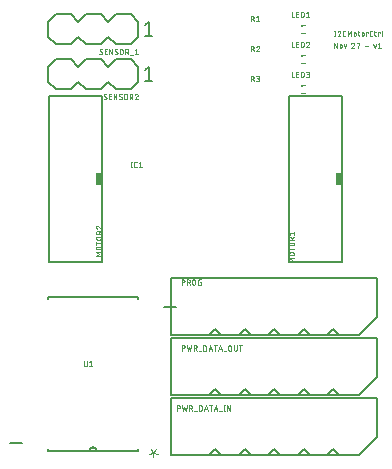
<source format=gbr>
G04 EAGLE Gerber X2 export*
%TF.Part,Single*%
%TF.FileFunction,Legend,Top,1*%
%TF.FilePolarity,Positive*%
%TF.GenerationSoftware,Autodesk,EAGLE,9.1.0*%
%TF.CreationDate,2018-11-28T00:36:44Z*%
G75*
%MOMM*%
%FSLAX34Y34*%
%LPD*%
%AMOC8*
5,1,8,0,0,1.08239X$1,22.5*%
G01*
%ADD10C,0.076200*%
%ADD11C,0.050800*%
%ADD12C,0.127000*%
%ADD13R,0.500000X1.000000*%
%ADD14C,0.152400*%
%ADD15C,0.101600*%
%ADD16R,0.250000X0.225000*%


D10*
X280852Y399619D02*
X280852Y395381D01*
X280381Y395381D02*
X281323Y395381D01*
X281323Y399619D02*
X280381Y399619D01*
X284570Y399620D02*
X284634Y399618D01*
X284698Y399612D01*
X284761Y399603D01*
X284824Y399589D01*
X284885Y399572D01*
X284946Y399551D01*
X285005Y399527D01*
X285063Y399499D01*
X285118Y399467D01*
X285172Y399432D01*
X285224Y399394D01*
X285273Y399353D01*
X285320Y399310D01*
X285363Y399263D01*
X285404Y399214D01*
X285442Y399162D01*
X285477Y399108D01*
X285509Y399053D01*
X285537Y398995D01*
X285561Y398936D01*
X285582Y398875D01*
X285599Y398814D01*
X285613Y398751D01*
X285622Y398688D01*
X285628Y398624D01*
X285630Y398560D01*
X284570Y399619D02*
X284499Y399617D01*
X284428Y399612D01*
X284357Y399602D01*
X284287Y399589D01*
X284217Y399573D01*
X284149Y399552D01*
X284082Y399528D01*
X284016Y399501D01*
X283952Y399470D01*
X283889Y399436D01*
X283828Y399399D01*
X283769Y399359D01*
X283713Y399315D01*
X283659Y399269D01*
X283607Y399220D01*
X283558Y399168D01*
X283512Y399114D01*
X283468Y399057D01*
X283428Y398998D01*
X283391Y398938D01*
X283357Y398875D01*
X283326Y398810D01*
X283299Y398745D01*
X283275Y398677D01*
X285276Y397736D02*
X285322Y397783D01*
X285366Y397832D01*
X285406Y397884D01*
X285444Y397938D01*
X285478Y397994D01*
X285509Y398052D01*
X285537Y398112D01*
X285561Y398173D01*
X285582Y398235D01*
X285599Y398299D01*
X285612Y398364D01*
X285621Y398429D01*
X285627Y398494D01*
X285629Y398560D01*
X285276Y397735D02*
X283275Y395381D01*
X285629Y395381D01*
X288697Y395381D02*
X289639Y395381D01*
X288697Y395381D02*
X288638Y395383D01*
X288579Y395388D01*
X288520Y395398D01*
X288463Y395411D01*
X288406Y395427D01*
X288350Y395447D01*
X288296Y395471D01*
X288243Y395498D01*
X288192Y395528D01*
X288143Y395561D01*
X288097Y395597D01*
X288052Y395636D01*
X288010Y395678D01*
X287971Y395723D01*
X287935Y395769D01*
X287902Y395818D01*
X287872Y395869D01*
X287845Y395922D01*
X287821Y395976D01*
X287801Y396032D01*
X287785Y396089D01*
X287772Y396146D01*
X287762Y396205D01*
X287757Y396264D01*
X287755Y396323D01*
X287756Y396323D02*
X287756Y398677D01*
X287755Y398677D02*
X287757Y398736D01*
X287762Y398795D01*
X287772Y398854D01*
X287785Y398911D01*
X287801Y398968D01*
X287821Y399024D01*
X287845Y399078D01*
X287872Y399131D01*
X287902Y399182D01*
X287935Y399231D01*
X287971Y399277D01*
X288010Y399322D01*
X288052Y399364D01*
X288097Y399403D01*
X288143Y399439D01*
X288192Y399472D01*
X288243Y399502D01*
X288296Y399529D01*
X288350Y399553D01*
X288406Y399573D01*
X288463Y399589D01*
X288520Y399602D01*
X288579Y399612D01*
X288638Y399617D01*
X288697Y399619D01*
X289639Y399619D01*
X291739Y399619D02*
X291739Y395381D01*
X293152Y397265D02*
X291739Y399619D01*
X293152Y397265D02*
X294565Y399619D01*
X294565Y395381D01*
X296860Y396323D02*
X296860Y397265D01*
X296862Y397325D01*
X296868Y397385D01*
X296877Y397445D01*
X296891Y397504D01*
X296908Y397562D01*
X296929Y397619D01*
X296953Y397674D01*
X296981Y397727D01*
X297013Y397779D01*
X297047Y397828D01*
X297085Y397876D01*
X297125Y397920D01*
X297169Y397962D01*
X297215Y398001D01*
X297263Y398038D01*
X297314Y398071D01*
X297366Y398100D01*
X297421Y398126D01*
X297477Y398149D01*
X297534Y398168D01*
X297592Y398183D01*
X297652Y398195D01*
X297712Y398203D01*
X297772Y398207D01*
X297832Y398207D01*
X297892Y398203D01*
X297952Y398195D01*
X298012Y398183D01*
X298070Y398168D01*
X298127Y398149D01*
X298183Y398126D01*
X298238Y398100D01*
X298290Y398071D01*
X298341Y398038D01*
X298389Y398001D01*
X298435Y397962D01*
X298479Y397920D01*
X298519Y397876D01*
X298557Y397828D01*
X298591Y397779D01*
X298623Y397727D01*
X298651Y397674D01*
X298675Y397619D01*
X298696Y397562D01*
X298713Y397504D01*
X298727Y397445D01*
X298736Y397385D01*
X298742Y397325D01*
X298744Y397265D01*
X298744Y396323D01*
X298742Y396263D01*
X298736Y396203D01*
X298727Y396143D01*
X298713Y396084D01*
X298696Y396026D01*
X298675Y395969D01*
X298651Y395914D01*
X298623Y395861D01*
X298591Y395809D01*
X298557Y395760D01*
X298519Y395712D01*
X298479Y395668D01*
X298435Y395626D01*
X298389Y395587D01*
X298341Y395550D01*
X298290Y395517D01*
X298238Y395488D01*
X298183Y395462D01*
X298127Y395439D01*
X298070Y395420D01*
X298012Y395405D01*
X297952Y395393D01*
X297892Y395385D01*
X297832Y395381D01*
X297772Y395381D01*
X297712Y395385D01*
X297652Y395393D01*
X297592Y395405D01*
X297534Y395420D01*
X297477Y395439D01*
X297421Y395462D01*
X297366Y395488D01*
X297314Y395517D01*
X297263Y395550D01*
X297215Y395587D01*
X297169Y395626D01*
X297125Y395668D01*
X297085Y395712D01*
X297047Y395760D01*
X297013Y395809D01*
X296981Y395861D01*
X296953Y395914D01*
X296929Y395969D01*
X296908Y396026D01*
X296891Y396084D01*
X296877Y396143D01*
X296868Y396203D01*
X296862Y396263D01*
X296860Y396323D01*
X300343Y398206D02*
X301755Y398206D01*
X300814Y399619D02*
X300814Y396087D01*
X300816Y396037D01*
X300821Y395987D01*
X300830Y395937D01*
X300843Y395888D01*
X300859Y395840D01*
X300878Y395794D01*
X300900Y395749D01*
X300926Y395705D01*
X300955Y395664D01*
X300986Y395625D01*
X301021Y395588D01*
X301058Y395553D01*
X301097Y395522D01*
X301138Y395493D01*
X301182Y395467D01*
X301227Y395445D01*
X301273Y395426D01*
X301321Y395410D01*
X301370Y395397D01*
X301420Y395388D01*
X301470Y395383D01*
X301520Y395381D01*
X301755Y395381D01*
X303610Y396323D02*
X303610Y397265D01*
X303612Y397325D01*
X303618Y397385D01*
X303627Y397445D01*
X303641Y397504D01*
X303658Y397562D01*
X303679Y397619D01*
X303703Y397674D01*
X303731Y397727D01*
X303763Y397779D01*
X303797Y397828D01*
X303835Y397876D01*
X303875Y397920D01*
X303919Y397962D01*
X303965Y398001D01*
X304013Y398038D01*
X304064Y398071D01*
X304116Y398100D01*
X304171Y398126D01*
X304227Y398149D01*
X304284Y398168D01*
X304342Y398183D01*
X304402Y398195D01*
X304462Y398203D01*
X304522Y398207D01*
X304582Y398207D01*
X304642Y398203D01*
X304702Y398195D01*
X304762Y398183D01*
X304820Y398168D01*
X304877Y398149D01*
X304933Y398126D01*
X304988Y398100D01*
X305040Y398071D01*
X305091Y398038D01*
X305139Y398001D01*
X305185Y397962D01*
X305229Y397920D01*
X305269Y397876D01*
X305307Y397828D01*
X305341Y397779D01*
X305373Y397727D01*
X305401Y397674D01*
X305425Y397619D01*
X305446Y397562D01*
X305463Y397504D01*
X305477Y397445D01*
X305486Y397385D01*
X305492Y397325D01*
X305494Y397265D01*
X305494Y396323D01*
X305492Y396263D01*
X305486Y396203D01*
X305477Y396143D01*
X305463Y396084D01*
X305446Y396026D01*
X305425Y395969D01*
X305401Y395914D01*
X305373Y395861D01*
X305341Y395809D01*
X305307Y395760D01*
X305269Y395712D01*
X305229Y395668D01*
X305185Y395626D01*
X305139Y395587D01*
X305091Y395550D01*
X305040Y395517D01*
X304988Y395488D01*
X304933Y395462D01*
X304877Y395439D01*
X304820Y395420D01*
X304762Y395405D01*
X304702Y395393D01*
X304642Y395385D01*
X304582Y395381D01*
X304522Y395381D01*
X304462Y395385D01*
X304402Y395393D01*
X304342Y395405D01*
X304284Y395420D01*
X304227Y395439D01*
X304171Y395462D01*
X304116Y395488D01*
X304064Y395517D01*
X304013Y395550D01*
X303965Y395587D01*
X303919Y395626D01*
X303875Y395668D01*
X303835Y395712D01*
X303797Y395760D01*
X303763Y395809D01*
X303731Y395861D01*
X303703Y395914D01*
X303679Y395969D01*
X303658Y396026D01*
X303641Y396084D01*
X303627Y396143D01*
X303618Y396203D01*
X303612Y396263D01*
X303610Y396323D01*
X307698Y395381D02*
X307698Y398206D01*
X309111Y398206D01*
X309111Y397735D01*
X311647Y395381D02*
X312589Y395381D01*
X311647Y395381D02*
X311588Y395383D01*
X311529Y395388D01*
X311470Y395398D01*
X311413Y395411D01*
X311356Y395427D01*
X311300Y395447D01*
X311246Y395471D01*
X311193Y395498D01*
X311142Y395528D01*
X311093Y395561D01*
X311047Y395597D01*
X311002Y395636D01*
X310960Y395678D01*
X310921Y395723D01*
X310885Y395769D01*
X310852Y395818D01*
X310822Y395869D01*
X310795Y395922D01*
X310771Y395976D01*
X310751Y396032D01*
X310735Y396089D01*
X310722Y396146D01*
X310712Y396205D01*
X310707Y396264D01*
X310705Y396323D01*
X310706Y396323D02*
X310706Y398677D01*
X310705Y398677D02*
X310707Y398736D01*
X310712Y398795D01*
X310722Y398854D01*
X310735Y398911D01*
X310751Y398968D01*
X310771Y399024D01*
X310795Y399078D01*
X310822Y399131D01*
X310852Y399182D01*
X310885Y399231D01*
X310921Y399277D01*
X310960Y399322D01*
X311002Y399364D01*
X311047Y399403D01*
X311093Y399439D01*
X311142Y399472D01*
X311193Y399502D01*
X311246Y399529D01*
X311300Y399553D01*
X311356Y399573D01*
X311413Y399589D01*
X311470Y399602D01*
X311529Y399612D01*
X311588Y399617D01*
X311647Y399619D01*
X312589Y399619D01*
X313993Y398206D02*
X315405Y398206D01*
X314463Y399619D02*
X314463Y396087D01*
X314464Y396087D02*
X314466Y396037D01*
X314471Y395987D01*
X314480Y395937D01*
X314493Y395888D01*
X314509Y395840D01*
X314528Y395794D01*
X314550Y395749D01*
X314576Y395705D01*
X314605Y395664D01*
X314636Y395625D01*
X314671Y395588D01*
X314708Y395553D01*
X314747Y395522D01*
X314788Y395493D01*
X314832Y395467D01*
X314877Y395445D01*
X314923Y395426D01*
X314971Y395410D01*
X315020Y395397D01*
X315070Y395388D01*
X315120Y395383D01*
X315170Y395381D01*
X315405Y395381D01*
X317448Y395381D02*
X317448Y398206D01*
X318861Y398206D01*
X318861Y397735D01*
X320428Y396087D02*
X320428Y399619D01*
X320428Y396087D02*
X320430Y396037D01*
X320435Y395987D01*
X320444Y395937D01*
X320457Y395888D01*
X320473Y395840D01*
X320492Y395794D01*
X320514Y395749D01*
X320540Y395705D01*
X320569Y395664D01*
X320600Y395625D01*
X320635Y395588D01*
X320672Y395553D01*
X320711Y395522D01*
X320752Y395493D01*
X320796Y395467D01*
X320841Y395445D01*
X320887Y395426D01*
X320935Y395410D01*
X320984Y395397D01*
X321034Y395388D01*
X321084Y395383D01*
X321134Y395381D01*
X280381Y389619D02*
X280381Y385381D01*
X282735Y385381D02*
X280381Y389619D01*
X282735Y389619D02*
X282735Y385381D01*
X284966Y386323D02*
X284966Y387265D01*
X284968Y387325D01*
X284974Y387385D01*
X284983Y387445D01*
X284997Y387504D01*
X285014Y387562D01*
X285035Y387619D01*
X285059Y387674D01*
X285087Y387727D01*
X285119Y387779D01*
X285153Y387828D01*
X285191Y387876D01*
X285231Y387920D01*
X285275Y387962D01*
X285321Y388001D01*
X285369Y388038D01*
X285420Y388071D01*
X285472Y388100D01*
X285527Y388126D01*
X285583Y388149D01*
X285640Y388168D01*
X285698Y388183D01*
X285758Y388195D01*
X285818Y388203D01*
X285878Y388207D01*
X285938Y388207D01*
X285998Y388203D01*
X286058Y388195D01*
X286118Y388183D01*
X286176Y388168D01*
X286233Y388149D01*
X286289Y388126D01*
X286344Y388100D01*
X286396Y388071D01*
X286447Y388038D01*
X286495Y388001D01*
X286541Y387962D01*
X286585Y387920D01*
X286625Y387876D01*
X286663Y387828D01*
X286697Y387779D01*
X286729Y387727D01*
X286757Y387674D01*
X286781Y387619D01*
X286802Y387562D01*
X286819Y387504D01*
X286833Y387445D01*
X286842Y387385D01*
X286848Y387325D01*
X286850Y387265D01*
X286850Y386323D01*
X286848Y386263D01*
X286842Y386203D01*
X286833Y386143D01*
X286819Y386084D01*
X286802Y386026D01*
X286781Y385969D01*
X286757Y385914D01*
X286729Y385861D01*
X286697Y385809D01*
X286663Y385760D01*
X286625Y385712D01*
X286585Y385668D01*
X286541Y385626D01*
X286495Y385587D01*
X286447Y385550D01*
X286396Y385517D01*
X286344Y385488D01*
X286289Y385462D01*
X286233Y385439D01*
X286176Y385420D01*
X286118Y385405D01*
X286058Y385393D01*
X285998Y385385D01*
X285938Y385381D01*
X285878Y385381D01*
X285818Y385385D01*
X285758Y385393D01*
X285698Y385405D01*
X285640Y385420D01*
X285583Y385439D01*
X285527Y385462D01*
X285472Y385488D01*
X285420Y385517D01*
X285369Y385550D01*
X285321Y385587D01*
X285275Y385626D01*
X285231Y385668D01*
X285191Y385712D01*
X285153Y385760D01*
X285119Y385809D01*
X285087Y385861D01*
X285059Y385914D01*
X285035Y385969D01*
X285014Y386026D01*
X284997Y386084D01*
X284983Y386143D01*
X284974Y386203D01*
X284968Y386263D01*
X284966Y386323D01*
X288716Y388206D02*
X289658Y385381D01*
X290600Y388206D01*
X296226Y389620D02*
X296290Y389618D01*
X296354Y389612D01*
X296417Y389603D01*
X296480Y389589D01*
X296541Y389572D01*
X296602Y389551D01*
X296661Y389527D01*
X296719Y389499D01*
X296774Y389467D01*
X296828Y389432D01*
X296880Y389394D01*
X296929Y389353D01*
X296976Y389310D01*
X297019Y389263D01*
X297060Y389214D01*
X297098Y389162D01*
X297133Y389108D01*
X297165Y389053D01*
X297193Y388995D01*
X297217Y388936D01*
X297238Y388875D01*
X297255Y388814D01*
X297269Y388751D01*
X297278Y388688D01*
X297284Y388624D01*
X297286Y388560D01*
X296226Y389619D02*
X296155Y389617D01*
X296084Y389612D01*
X296013Y389602D01*
X295943Y389589D01*
X295873Y389573D01*
X295805Y389552D01*
X295738Y389528D01*
X295672Y389501D01*
X295608Y389470D01*
X295545Y389436D01*
X295484Y389399D01*
X295425Y389359D01*
X295369Y389315D01*
X295315Y389269D01*
X295263Y389220D01*
X295214Y389168D01*
X295168Y389114D01*
X295124Y389057D01*
X295084Y388998D01*
X295047Y388938D01*
X295013Y388875D01*
X294982Y388810D01*
X294955Y388745D01*
X294931Y388677D01*
X296932Y387736D02*
X296978Y387783D01*
X297022Y387832D01*
X297062Y387884D01*
X297100Y387938D01*
X297134Y387994D01*
X297165Y388052D01*
X297193Y388112D01*
X297217Y388173D01*
X297238Y388235D01*
X297255Y388299D01*
X297268Y388364D01*
X297277Y388429D01*
X297283Y388494D01*
X297285Y388560D01*
X296932Y387735D02*
X294931Y385381D01*
X297285Y385381D01*
X299431Y389148D02*
X299431Y389619D01*
X301785Y389619D01*
X300608Y385381D01*
X306395Y387029D02*
X309221Y387029D01*
X313616Y388206D02*
X314558Y385381D01*
X315500Y388206D01*
X317431Y388677D02*
X318608Y389619D01*
X318608Y385381D01*
X317431Y385381D02*
X319785Y385381D01*
D11*
X108703Y288746D02*
X108703Y284254D01*
X108204Y284254D02*
X109202Y284254D01*
X109202Y288746D02*
X108204Y288746D01*
X112039Y284254D02*
X113037Y284254D01*
X112039Y284254D02*
X111979Y284256D01*
X111919Y284261D01*
X111859Y284270D01*
X111800Y284283D01*
X111742Y284299D01*
X111685Y284319D01*
X111629Y284342D01*
X111575Y284368D01*
X111523Y284398D01*
X111472Y284431D01*
X111424Y284466D01*
X111377Y284505D01*
X111333Y284546D01*
X111292Y284590D01*
X111253Y284637D01*
X111218Y284685D01*
X111185Y284736D01*
X111155Y284788D01*
X111129Y284842D01*
X111106Y284898D01*
X111086Y284955D01*
X111070Y285013D01*
X111057Y285072D01*
X111048Y285132D01*
X111043Y285192D01*
X111041Y285252D01*
X111040Y285252D02*
X111040Y287748D01*
X111041Y287748D02*
X111043Y287811D01*
X111049Y287873D01*
X111059Y287935D01*
X111072Y287996D01*
X111090Y288056D01*
X111111Y288115D01*
X111136Y288173D01*
X111164Y288229D01*
X111196Y288283D01*
X111232Y288335D01*
X111270Y288384D01*
X111311Y288431D01*
X111356Y288475D01*
X111403Y288517D01*
X111452Y288555D01*
X111504Y288591D01*
X111558Y288623D01*
X111614Y288651D01*
X111672Y288676D01*
X111731Y288697D01*
X111791Y288715D01*
X111852Y288728D01*
X111914Y288738D01*
X111976Y288744D01*
X112039Y288746D01*
X113037Y288746D01*
X114805Y287748D02*
X116053Y288746D01*
X116053Y284254D01*
X114805Y284254D02*
X117301Y284254D01*
D12*
X286700Y344000D02*
X286700Y204000D01*
X286700Y344000D02*
X241700Y344000D01*
X241700Y204000D02*
X286700Y204000D01*
X241700Y204000D02*
X241700Y344000D01*
D13*
X284200Y274000D03*
D11*
X246446Y204254D02*
X241954Y204254D01*
X244450Y205751D01*
X241954Y207249D01*
X246446Y207249D01*
X245198Y209454D02*
X243202Y209454D01*
X243202Y209453D02*
X243133Y209455D01*
X243065Y209461D01*
X242997Y209470D01*
X242929Y209483D01*
X242862Y209500D01*
X242797Y209521D01*
X242732Y209545D01*
X242669Y209572D01*
X242608Y209603D01*
X242548Y209638D01*
X242491Y209675D01*
X242435Y209716D01*
X242382Y209760D01*
X242332Y209806D01*
X242284Y209856D01*
X242239Y209908D01*
X242196Y209962D01*
X242157Y210018D01*
X242121Y210077D01*
X242088Y210137D01*
X242059Y210200D01*
X242033Y210263D01*
X242011Y210328D01*
X241992Y210395D01*
X241977Y210462D01*
X241966Y210530D01*
X241958Y210598D01*
X241954Y210667D01*
X241954Y210735D01*
X241958Y210804D01*
X241966Y210872D01*
X241977Y210940D01*
X241992Y211007D01*
X242011Y211074D01*
X242033Y211139D01*
X242059Y211202D01*
X242088Y211265D01*
X242121Y211325D01*
X242157Y211384D01*
X242196Y211440D01*
X242239Y211494D01*
X242284Y211546D01*
X242332Y211596D01*
X242382Y211642D01*
X242435Y211686D01*
X242491Y211727D01*
X242548Y211764D01*
X242608Y211799D01*
X242669Y211830D01*
X242732Y211857D01*
X242797Y211881D01*
X242862Y211902D01*
X242929Y211919D01*
X242997Y211932D01*
X243065Y211941D01*
X243133Y211947D01*
X243202Y211949D01*
X245198Y211949D01*
X245267Y211947D01*
X245335Y211941D01*
X245403Y211932D01*
X245471Y211919D01*
X245538Y211902D01*
X245603Y211881D01*
X245668Y211857D01*
X245731Y211830D01*
X245792Y211799D01*
X245852Y211764D01*
X245909Y211727D01*
X245965Y211686D01*
X246018Y211642D01*
X246068Y211596D01*
X246116Y211546D01*
X246161Y211494D01*
X246204Y211440D01*
X246243Y211384D01*
X246279Y211325D01*
X246312Y211265D01*
X246341Y211202D01*
X246367Y211139D01*
X246389Y211074D01*
X246408Y211007D01*
X246423Y210940D01*
X246434Y210872D01*
X246442Y210804D01*
X246446Y210735D01*
X246446Y210667D01*
X246442Y210598D01*
X246434Y210530D01*
X246423Y210462D01*
X246408Y210395D01*
X246389Y210328D01*
X246367Y210263D01*
X246341Y210200D01*
X246312Y210137D01*
X246279Y210077D01*
X246243Y210018D01*
X246204Y209962D01*
X246161Y209908D01*
X246116Y209856D01*
X246068Y209806D01*
X246018Y209760D01*
X245965Y209716D01*
X245909Y209675D01*
X245852Y209638D01*
X245792Y209603D01*
X245731Y209572D01*
X245668Y209545D01*
X245603Y209521D01*
X245538Y209500D01*
X245471Y209483D01*
X245403Y209470D01*
X245335Y209461D01*
X245267Y209455D01*
X245198Y209453D01*
X246446Y214901D02*
X241954Y214901D01*
X241954Y213654D02*
X241954Y216149D01*
X243202Y217853D02*
X245198Y217853D01*
X243202Y217853D02*
X243133Y217855D01*
X243065Y217861D01*
X242997Y217870D01*
X242929Y217883D01*
X242862Y217900D01*
X242797Y217921D01*
X242732Y217945D01*
X242669Y217972D01*
X242608Y218003D01*
X242548Y218038D01*
X242491Y218075D01*
X242435Y218116D01*
X242382Y218160D01*
X242332Y218206D01*
X242284Y218256D01*
X242239Y218308D01*
X242196Y218362D01*
X242157Y218418D01*
X242121Y218477D01*
X242088Y218537D01*
X242059Y218600D01*
X242033Y218663D01*
X242011Y218728D01*
X241992Y218795D01*
X241977Y218862D01*
X241966Y218930D01*
X241958Y218998D01*
X241954Y219067D01*
X241954Y219135D01*
X241958Y219204D01*
X241966Y219272D01*
X241977Y219340D01*
X241992Y219407D01*
X242011Y219474D01*
X242033Y219539D01*
X242059Y219602D01*
X242088Y219665D01*
X242121Y219725D01*
X242157Y219784D01*
X242196Y219840D01*
X242239Y219894D01*
X242284Y219946D01*
X242332Y219996D01*
X242382Y220042D01*
X242435Y220086D01*
X242491Y220127D01*
X242548Y220164D01*
X242608Y220199D01*
X242669Y220230D01*
X242732Y220257D01*
X242797Y220281D01*
X242862Y220302D01*
X242929Y220319D01*
X242997Y220332D01*
X243065Y220341D01*
X243133Y220347D01*
X243202Y220349D01*
X245198Y220349D01*
X245267Y220347D01*
X245335Y220341D01*
X245403Y220332D01*
X245471Y220319D01*
X245538Y220302D01*
X245603Y220281D01*
X245668Y220257D01*
X245731Y220230D01*
X245792Y220199D01*
X245852Y220164D01*
X245909Y220127D01*
X245965Y220086D01*
X246018Y220042D01*
X246068Y219996D01*
X246116Y219946D01*
X246161Y219894D01*
X246204Y219840D01*
X246243Y219784D01*
X246279Y219725D01*
X246312Y219665D01*
X246341Y219602D01*
X246367Y219539D01*
X246389Y219474D01*
X246408Y219407D01*
X246423Y219340D01*
X246434Y219272D01*
X246442Y219204D01*
X246446Y219135D01*
X246446Y219067D01*
X246442Y218998D01*
X246434Y218930D01*
X246423Y218862D01*
X246408Y218795D01*
X246389Y218728D01*
X246367Y218663D01*
X246341Y218600D01*
X246312Y218537D01*
X246279Y218477D01*
X246243Y218418D01*
X246204Y218362D01*
X246161Y218308D01*
X246116Y218256D01*
X246068Y218206D01*
X246018Y218160D01*
X245965Y218116D01*
X245909Y218075D01*
X245852Y218038D01*
X245792Y218003D01*
X245731Y217972D01*
X245668Y217945D01*
X245603Y217921D01*
X245538Y217900D01*
X245471Y217883D01*
X245403Y217870D01*
X245335Y217861D01*
X245267Y217855D01*
X245198Y217853D01*
X246446Y222536D02*
X241954Y222536D01*
X241954Y223784D01*
X241956Y223853D01*
X241962Y223921D01*
X241971Y223989D01*
X241984Y224057D01*
X242001Y224124D01*
X242022Y224189D01*
X242046Y224254D01*
X242073Y224317D01*
X242104Y224378D01*
X242139Y224438D01*
X242176Y224495D01*
X242217Y224551D01*
X242261Y224604D01*
X242307Y224654D01*
X242357Y224702D01*
X242409Y224747D01*
X242463Y224790D01*
X242519Y224829D01*
X242578Y224865D01*
X242638Y224898D01*
X242701Y224927D01*
X242764Y224953D01*
X242829Y224975D01*
X242896Y224994D01*
X242963Y225009D01*
X243031Y225020D01*
X243099Y225028D01*
X243168Y225032D01*
X243236Y225032D01*
X243305Y225028D01*
X243373Y225020D01*
X243441Y225009D01*
X243508Y224994D01*
X243575Y224975D01*
X243640Y224953D01*
X243703Y224927D01*
X243766Y224898D01*
X243826Y224865D01*
X243885Y224829D01*
X243941Y224790D01*
X243995Y224747D01*
X244047Y224702D01*
X244097Y224654D01*
X244143Y224604D01*
X244187Y224551D01*
X244228Y224495D01*
X244265Y224438D01*
X244300Y224378D01*
X244331Y224317D01*
X244358Y224254D01*
X244382Y224189D01*
X244403Y224124D01*
X244420Y224057D01*
X244433Y223989D01*
X244442Y223921D01*
X244448Y223853D01*
X244450Y223784D01*
X244450Y222536D01*
X244450Y224034D02*
X246446Y225032D01*
X242952Y227003D02*
X241954Y228251D01*
X246446Y228251D01*
X246446Y227003D02*
X246446Y229499D01*
D12*
X83500Y204000D02*
X83500Y344000D01*
X38500Y344000D01*
X38500Y204000D02*
X83500Y204000D01*
X38500Y204000D02*
X38500Y344000D01*
D13*
X81000Y274000D03*
D11*
X83246Y209254D02*
X78754Y209254D01*
X81250Y210751D01*
X78754Y212249D01*
X83246Y212249D01*
X81998Y214454D02*
X80002Y214454D01*
X80002Y214453D02*
X79933Y214455D01*
X79865Y214461D01*
X79797Y214470D01*
X79729Y214483D01*
X79662Y214500D01*
X79597Y214521D01*
X79532Y214545D01*
X79469Y214572D01*
X79408Y214603D01*
X79348Y214638D01*
X79291Y214675D01*
X79235Y214716D01*
X79182Y214760D01*
X79132Y214806D01*
X79084Y214856D01*
X79039Y214908D01*
X78996Y214962D01*
X78957Y215018D01*
X78921Y215077D01*
X78888Y215137D01*
X78859Y215200D01*
X78833Y215263D01*
X78811Y215328D01*
X78792Y215395D01*
X78777Y215462D01*
X78766Y215530D01*
X78758Y215598D01*
X78754Y215667D01*
X78754Y215735D01*
X78758Y215804D01*
X78766Y215872D01*
X78777Y215940D01*
X78792Y216007D01*
X78811Y216074D01*
X78833Y216139D01*
X78859Y216202D01*
X78888Y216265D01*
X78921Y216325D01*
X78957Y216384D01*
X78996Y216440D01*
X79039Y216494D01*
X79084Y216546D01*
X79132Y216596D01*
X79182Y216642D01*
X79235Y216686D01*
X79291Y216727D01*
X79348Y216764D01*
X79408Y216799D01*
X79469Y216830D01*
X79532Y216857D01*
X79597Y216881D01*
X79662Y216902D01*
X79729Y216919D01*
X79797Y216932D01*
X79865Y216941D01*
X79933Y216947D01*
X80002Y216949D01*
X81998Y216949D01*
X82067Y216947D01*
X82135Y216941D01*
X82203Y216932D01*
X82271Y216919D01*
X82338Y216902D01*
X82403Y216881D01*
X82468Y216857D01*
X82531Y216830D01*
X82592Y216799D01*
X82652Y216764D01*
X82709Y216727D01*
X82765Y216686D01*
X82818Y216642D01*
X82868Y216596D01*
X82916Y216546D01*
X82961Y216494D01*
X83004Y216440D01*
X83043Y216384D01*
X83079Y216325D01*
X83112Y216265D01*
X83141Y216202D01*
X83167Y216139D01*
X83189Y216074D01*
X83208Y216007D01*
X83223Y215940D01*
X83234Y215872D01*
X83242Y215804D01*
X83246Y215735D01*
X83246Y215667D01*
X83242Y215598D01*
X83234Y215530D01*
X83223Y215462D01*
X83208Y215395D01*
X83189Y215328D01*
X83167Y215263D01*
X83141Y215200D01*
X83112Y215137D01*
X83079Y215077D01*
X83043Y215018D01*
X83004Y214962D01*
X82961Y214908D01*
X82916Y214856D01*
X82868Y214806D01*
X82818Y214760D01*
X82765Y214716D01*
X82709Y214675D01*
X82652Y214638D01*
X82592Y214603D01*
X82531Y214572D01*
X82468Y214545D01*
X82403Y214521D01*
X82338Y214500D01*
X82271Y214483D01*
X82203Y214470D01*
X82135Y214461D01*
X82067Y214455D01*
X81998Y214453D01*
X83246Y219901D02*
X78754Y219901D01*
X78754Y218654D02*
X78754Y221149D01*
X80002Y222853D02*
X81998Y222853D01*
X80002Y222853D02*
X79933Y222855D01*
X79865Y222861D01*
X79797Y222870D01*
X79729Y222883D01*
X79662Y222900D01*
X79597Y222921D01*
X79532Y222945D01*
X79469Y222972D01*
X79408Y223003D01*
X79348Y223038D01*
X79291Y223075D01*
X79235Y223116D01*
X79182Y223160D01*
X79132Y223206D01*
X79084Y223256D01*
X79039Y223308D01*
X78996Y223362D01*
X78957Y223418D01*
X78921Y223477D01*
X78888Y223537D01*
X78859Y223600D01*
X78833Y223663D01*
X78811Y223728D01*
X78792Y223795D01*
X78777Y223862D01*
X78766Y223930D01*
X78758Y223998D01*
X78754Y224067D01*
X78754Y224135D01*
X78758Y224204D01*
X78766Y224272D01*
X78777Y224340D01*
X78792Y224407D01*
X78811Y224474D01*
X78833Y224539D01*
X78859Y224602D01*
X78888Y224665D01*
X78921Y224725D01*
X78957Y224784D01*
X78996Y224840D01*
X79039Y224894D01*
X79084Y224946D01*
X79132Y224996D01*
X79182Y225042D01*
X79235Y225086D01*
X79291Y225127D01*
X79348Y225164D01*
X79408Y225199D01*
X79469Y225230D01*
X79532Y225257D01*
X79597Y225281D01*
X79662Y225302D01*
X79729Y225319D01*
X79797Y225332D01*
X79865Y225341D01*
X79933Y225347D01*
X80002Y225349D01*
X81998Y225349D01*
X82067Y225347D01*
X82135Y225341D01*
X82203Y225332D01*
X82271Y225319D01*
X82338Y225302D01*
X82403Y225281D01*
X82468Y225257D01*
X82531Y225230D01*
X82592Y225199D01*
X82652Y225164D01*
X82709Y225127D01*
X82765Y225086D01*
X82818Y225042D01*
X82868Y224996D01*
X82916Y224946D01*
X82961Y224894D01*
X83004Y224840D01*
X83043Y224784D01*
X83079Y224725D01*
X83112Y224665D01*
X83141Y224602D01*
X83167Y224539D01*
X83189Y224474D01*
X83208Y224407D01*
X83223Y224340D01*
X83234Y224272D01*
X83242Y224204D01*
X83246Y224135D01*
X83246Y224067D01*
X83242Y223998D01*
X83234Y223930D01*
X83223Y223862D01*
X83208Y223795D01*
X83189Y223728D01*
X83167Y223663D01*
X83141Y223600D01*
X83112Y223537D01*
X83079Y223477D01*
X83043Y223418D01*
X83004Y223362D01*
X82961Y223308D01*
X82916Y223256D01*
X82868Y223206D01*
X82818Y223160D01*
X82765Y223116D01*
X82709Y223075D01*
X82652Y223038D01*
X82592Y223003D01*
X82531Y222972D01*
X82468Y222945D01*
X82403Y222921D01*
X82338Y222900D01*
X82271Y222883D01*
X82203Y222870D01*
X82135Y222861D01*
X82067Y222855D01*
X81998Y222853D01*
X83246Y227536D02*
X78754Y227536D01*
X78754Y228784D01*
X78756Y228853D01*
X78762Y228921D01*
X78771Y228989D01*
X78784Y229057D01*
X78801Y229124D01*
X78822Y229189D01*
X78846Y229254D01*
X78873Y229317D01*
X78904Y229378D01*
X78939Y229438D01*
X78976Y229495D01*
X79017Y229551D01*
X79061Y229604D01*
X79107Y229654D01*
X79157Y229702D01*
X79209Y229747D01*
X79263Y229790D01*
X79319Y229829D01*
X79378Y229865D01*
X79438Y229898D01*
X79501Y229927D01*
X79564Y229953D01*
X79629Y229975D01*
X79696Y229994D01*
X79763Y230009D01*
X79831Y230020D01*
X79899Y230028D01*
X79968Y230032D01*
X80036Y230032D01*
X80105Y230028D01*
X80173Y230020D01*
X80241Y230009D01*
X80308Y229994D01*
X80375Y229975D01*
X80440Y229953D01*
X80503Y229927D01*
X80566Y229898D01*
X80626Y229865D01*
X80685Y229829D01*
X80741Y229790D01*
X80795Y229747D01*
X80847Y229702D01*
X80897Y229654D01*
X80943Y229604D01*
X80987Y229551D01*
X81028Y229495D01*
X81065Y229438D01*
X81100Y229378D01*
X81131Y229317D01*
X81158Y229254D01*
X81182Y229189D01*
X81203Y229124D01*
X81220Y229057D01*
X81233Y228989D01*
X81242Y228921D01*
X81248Y228853D01*
X81250Y228784D01*
X81250Y227536D01*
X81250Y229034D02*
X83246Y230032D01*
X79877Y234499D02*
X79812Y234497D01*
X79747Y234491D01*
X79682Y234482D01*
X79618Y234469D01*
X79555Y234452D01*
X79493Y234431D01*
X79432Y234407D01*
X79373Y234380D01*
X79316Y234349D01*
X79260Y234314D01*
X79206Y234277D01*
X79155Y234236D01*
X79106Y234193D01*
X79060Y234147D01*
X79017Y234098D01*
X78976Y234047D01*
X78939Y233993D01*
X78904Y233938D01*
X78873Y233880D01*
X78846Y233821D01*
X78822Y233760D01*
X78801Y233698D01*
X78784Y233635D01*
X78771Y233571D01*
X78762Y233506D01*
X78756Y233441D01*
X78754Y233376D01*
X78756Y233303D01*
X78761Y233231D01*
X78770Y233159D01*
X78783Y233088D01*
X78799Y233017D01*
X78819Y232947D01*
X78843Y232878D01*
X78869Y232811D01*
X78899Y232745D01*
X78933Y232680D01*
X78969Y232618D01*
X79009Y232557D01*
X79052Y232498D01*
X79097Y232442D01*
X79146Y232388D01*
X79197Y232336D01*
X79250Y232287D01*
X79306Y232241D01*
X79364Y232197D01*
X79425Y232157D01*
X79487Y232120D01*
X79551Y232086D01*
X79617Y232055D01*
X79684Y232027D01*
X79752Y232003D01*
X80750Y234125D02*
X80704Y234171D01*
X80656Y234214D01*
X80605Y234255D01*
X80552Y234293D01*
X80497Y234328D01*
X80440Y234359D01*
X80382Y234388D01*
X80322Y234414D01*
X80261Y234436D01*
X80199Y234455D01*
X80135Y234471D01*
X80071Y234483D01*
X80007Y234492D01*
X79942Y234497D01*
X79877Y234499D01*
X80750Y234125D02*
X83246Y232003D01*
X83246Y234499D01*
D12*
X142600Y141700D02*
X301100Y141700D01*
X316600Y157700D02*
X316600Y190700D01*
X279600Y147200D02*
X284600Y142200D01*
X279600Y147200D02*
X274600Y142200D01*
X259600Y142200D02*
X254600Y147200D01*
X249600Y142200D01*
X234600Y142200D02*
X229600Y147200D01*
X224600Y142200D01*
X209600Y142200D02*
X204600Y147200D01*
X184600Y142200D02*
X179600Y147200D01*
X199600Y142200D02*
X204600Y147200D01*
X179600Y147200D02*
X174600Y142200D01*
X301100Y141700D02*
X316600Y157200D01*
X316600Y190700D02*
X142600Y190700D01*
X142600Y141700D01*
D11*
X151176Y184554D02*
X151176Y189046D01*
X152424Y189046D01*
X152493Y189044D01*
X152561Y189038D01*
X152629Y189029D01*
X152697Y189016D01*
X152764Y188999D01*
X152829Y188978D01*
X152894Y188954D01*
X152957Y188927D01*
X153018Y188896D01*
X153078Y188861D01*
X153135Y188824D01*
X153191Y188783D01*
X153244Y188739D01*
X153294Y188693D01*
X153342Y188643D01*
X153387Y188591D01*
X153430Y188537D01*
X153469Y188481D01*
X153505Y188422D01*
X153538Y188362D01*
X153567Y188299D01*
X153593Y188236D01*
X153615Y188171D01*
X153634Y188104D01*
X153649Y188037D01*
X153660Y187969D01*
X153668Y187901D01*
X153672Y187832D01*
X153672Y187764D01*
X153668Y187695D01*
X153660Y187627D01*
X153649Y187559D01*
X153634Y187492D01*
X153615Y187425D01*
X153593Y187360D01*
X153567Y187297D01*
X153538Y187234D01*
X153505Y187174D01*
X153469Y187115D01*
X153430Y187059D01*
X153387Y187005D01*
X153342Y186953D01*
X153294Y186903D01*
X153244Y186857D01*
X153191Y186813D01*
X153135Y186772D01*
X153078Y186735D01*
X153018Y186700D01*
X152957Y186669D01*
X152894Y186642D01*
X152829Y186618D01*
X152764Y186597D01*
X152697Y186580D01*
X152629Y186567D01*
X152561Y186558D01*
X152493Y186552D01*
X152424Y186550D01*
X151176Y186550D01*
X155633Y184554D02*
X155633Y189046D01*
X156881Y189046D01*
X156950Y189044D01*
X157018Y189038D01*
X157086Y189029D01*
X157154Y189016D01*
X157221Y188999D01*
X157286Y188978D01*
X157351Y188954D01*
X157414Y188927D01*
X157475Y188896D01*
X157535Y188861D01*
X157592Y188824D01*
X157648Y188783D01*
X157701Y188739D01*
X157751Y188693D01*
X157799Y188643D01*
X157844Y188591D01*
X157887Y188537D01*
X157926Y188481D01*
X157962Y188422D01*
X157995Y188362D01*
X158024Y188299D01*
X158050Y188236D01*
X158072Y188171D01*
X158091Y188104D01*
X158106Y188037D01*
X158117Y187969D01*
X158125Y187901D01*
X158129Y187832D01*
X158129Y187764D01*
X158125Y187695D01*
X158117Y187627D01*
X158106Y187559D01*
X158091Y187492D01*
X158072Y187425D01*
X158050Y187360D01*
X158024Y187297D01*
X157995Y187234D01*
X157962Y187174D01*
X157926Y187115D01*
X157887Y187059D01*
X157844Y187005D01*
X157799Y186953D01*
X157751Y186903D01*
X157701Y186857D01*
X157648Y186813D01*
X157592Y186772D01*
X157535Y186735D01*
X157475Y186700D01*
X157414Y186669D01*
X157351Y186642D01*
X157286Y186618D01*
X157221Y186597D01*
X157154Y186580D01*
X157086Y186567D01*
X157018Y186558D01*
X156950Y186552D01*
X156881Y186550D01*
X155633Y186550D01*
X157131Y186550D02*
X158129Y184554D01*
X160101Y185802D02*
X160101Y187798D01*
X160100Y187798D02*
X160102Y187867D01*
X160108Y187935D01*
X160117Y188003D01*
X160130Y188071D01*
X160147Y188138D01*
X160168Y188203D01*
X160192Y188268D01*
X160219Y188331D01*
X160250Y188392D01*
X160285Y188452D01*
X160322Y188509D01*
X160363Y188565D01*
X160407Y188618D01*
X160453Y188668D01*
X160503Y188716D01*
X160555Y188761D01*
X160609Y188804D01*
X160665Y188843D01*
X160724Y188879D01*
X160784Y188912D01*
X160847Y188941D01*
X160910Y188967D01*
X160975Y188989D01*
X161042Y189008D01*
X161109Y189023D01*
X161177Y189034D01*
X161245Y189042D01*
X161314Y189046D01*
X161382Y189046D01*
X161451Y189042D01*
X161519Y189034D01*
X161587Y189023D01*
X161654Y189008D01*
X161721Y188989D01*
X161786Y188967D01*
X161849Y188941D01*
X161912Y188912D01*
X161972Y188879D01*
X162031Y188843D01*
X162087Y188804D01*
X162141Y188761D01*
X162193Y188716D01*
X162243Y188668D01*
X162289Y188618D01*
X162333Y188565D01*
X162374Y188509D01*
X162411Y188452D01*
X162446Y188392D01*
X162477Y188331D01*
X162504Y188268D01*
X162528Y188203D01*
X162549Y188138D01*
X162566Y188071D01*
X162579Y188003D01*
X162588Y187935D01*
X162594Y187867D01*
X162596Y187798D01*
X162596Y185802D01*
X162594Y185733D01*
X162588Y185665D01*
X162579Y185597D01*
X162566Y185529D01*
X162549Y185462D01*
X162528Y185397D01*
X162504Y185332D01*
X162477Y185269D01*
X162446Y185208D01*
X162411Y185148D01*
X162374Y185091D01*
X162333Y185035D01*
X162289Y184982D01*
X162243Y184932D01*
X162193Y184884D01*
X162141Y184839D01*
X162087Y184796D01*
X162031Y184757D01*
X161972Y184721D01*
X161912Y184688D01*
X161849Y184659D01*
X161786Y184633D01*
X161721Y184611D01*
X161654Y184592D01*
X161587Y184577D01*
X161519Y184566D01*
X161451Y184558D01*
X161382Y184554D01*
X161314Y184554D01*
X161245Y184558D01*
X161177Y184566D01*
X161109Y184577D01*
X161042Y184592D01*
X160975Y184611D01*
X160910Y184633D01*
X160847Y184659D01*
X160784Y184688D01*
X160724Y184721D01*
X160665Y184757D01*
X160609Y184796D01*
X160555Y184839D01*
X160503Y184884D01*
X160453Y184932D01*
X160407Y184982D01*
X160363Y185035D01*
X160322Y185091D01*
X160285Y185148D01*
X160250Y185208D01*
X160219Y185269D01*
X160192Y185332D01*
X160168Y185397D01*
X160147Y185462D01*
X160130Y185529D01*
X160117Y185597D01*
X160108Y185665D01*
X160102Y185733D01*
X160100Y185802D01*
X166497Y187050D02*
X167246Y187050D01*
X167246Y184554D01*
X165749Y184554D01*
X165689Y184556D01*
X165629Y184561D01*
X165569Y184570D01*
X165510Y184583D01*
X165452Y184599D01*
X165395Y184619D01*
X165339Y184642D01*
X165285Y184668D01*
X165233Y184698D01*
X165182Y184731D01*
X165134Y184766D01*
X165087Y184805D01*
X165043Y184846D01*
X165002Y184890D01*
X164963Y184937D01*
X164928Y184985D01*
X164895Y185036D01*
X164865Y185088D01*
X164839Y185142D01*
X164816Y185198D01*
X164796Y185255D01*
X164780Y185313D01*
X164767Y185372D01*
X164758Y185432D01*
X164753Y185492D01*
X164751Y185552D01*
X164750Y185552D02*
X164750Y188048D01*
X164751Y188048D02*
X164753Y188111D01*
X164759Y188173D01*
X164769Y188235D01*
X164782Y188296D01*
X164800Y188356D01*
X164821Y188415D01*
X164846Y188473D01*
X164874Y188529D01*
X164906Y188583D01*
X164942Y188635D01*
X164980Y188684D01*
X165021Y188731D01*
X165066Y188775D01*
X165113Y188817D01*
X165162Y188855D01*
X165214Y188891D01*
X165268Y188923D01*
X165324Y188951D01*
X165382Y188976D01*
X165441Y188997D01*
X165501Y189015D01*
X165562Y189028D01*
X165624Y189038D01*
X165686Y189044D01*
X165749Y189046D01*
X167246Y189046D01*
D12*
X142600Y40100D02*
X301100Y40100D01*
X316600Y56100D02*
X316600Y89100D01*
X279600Y45600D02*
X284600Y40600D01*
X279600Y45600D02*
X274600Y40600D01*
X259600Y40600D02*
X254600Y45600D01*
X249600Y40600D01*
X234600Y40600D02*
X229600Y45600D01*
X224600Y40600D01*
X209600Y40600D02*
X204600Y45600D01*
X184600Y40600D02*
X179600Y45600D01*
X199600Y40600D02*
X204600Y45600D01*
X179600Y45600D02*
X174600Y40600D01*
X301100Y40100D02*
X316600Y55600D01*
X316600Y89100D02*
X142600Y89100D01*
X142600Y40100D01*
D11*
X147376Y77954D02*
X147376Y82446D01*
X148624Y82446D01*
X148693Y82444D01*
X148761Y82438D01*
X148829Y82429D01*
X148897Y82416D01*
X148964Y82399D01*
X149029Y82378D01*
X149094Y82354D01*
X149157Y82327D01*
X149218Y82296D01*
X149278Y82261D01*
X149335Y82224D01*
X149391Y82183D01*
X149444Y82139D01*
X149494Y82093D01*
X149542Y82043D01*
X149587Y81991D01*
X149630Y81937D01*
X149669Y81881D01*
X149705Y81822D01*
X149738Y81762D01*
X149767Y81699D01*
X149793Y81636D01*
X149815Y81571D01*
X149834Y81504D01*
X149849Y81437D01*
X149860Y81369D01*
X149868Y81301D01*
X149872Y81232D01*
X149872Y81164D01*
X149868Y81095D01*
X149860Y81027D01*
X149849Y80959D01*
X149834Y80892D01*
X149815Y80825D01*
X149793Y80760D01*
X149767Y80697D01*
X149738Y80634D01*
X149705Y80574D01*
X149669Y80515D01*
X149630Y80459D01*
X149587Y80405D01*
X149542Y80353D01*
X149494Y80303D01*
X149444Y80257D01*
X149391Y80213D01*
X149335Y80172D01*
X149278Y80135D01*
X149218Y80100D01*
X149157Y80069D01*
X149094Y80042D01*
X149029Y80018D01*
X148964Y79997D01*
X148897Y79980D01*
X148829Y79967D01*
X148761Y79958D01*
X148693Y79952D01*
X148624Y79950D01*
X147376Y79950D01*
X151502Y82446D02*
X152500Y77954D01*
X153498Y80949D01*
X154497Y77954D01*
X155495Y82446D01*
X157534Y82446D02*
X157534Y77954D01*
X157534Y82446D02*
X158781Y82446D01*
X158850Y82444D01*
X158918Y82438D01*
X158986Y82429D01*
X159054Y82416D01*
X159121Y82399D01*
X159186Y82378D01*
X159251Y82354D01*
X159314Y82327D01*
X159375Y82296D01*
X159435Y82261D01*
X159492Y82224D01*
X159548Y82183D01*
X159601Y82139D01*
X159651Y82093D01*
X159699Y82043D01*
X159744Y81991D01*
X159787Y81937D01*
X159826Y81881D01*
X159862Y81822D01*
X159895Y81762D01*
X159924Y81699D01*
X159950Y81636D01*
X159972Y81571D01*
X159991Y81504D01*
X160006Y81437D01*
X160017Y81369D01*
X160025Y81301D01*
X160029Y81232D01*
X160029Y81164D01*
X160025Y81095D01*
X160017Y81027D01*
X160006Y80959D01*
X159991Y80892D01*
X159972Y80825D01*
X159950Y80760D01*
X159924Y80697D01*
X159895Y80634D01*
X159862Y80574D01*
X159826Y80515D01*
X159787Y80459D01*
X159744Y80405D01*
X159699Y80353D01*
X159651Y80303D01*
X159601Y80257D01*
X159548Y80213D01*
X159492Y80172D01*
X159435Y80135D01*
X159375Y80100D01*
X159314Y80069D01*
X159251Y80042D01*
X159186Y80018D01*
X159121Y79997D01*
X159054Y79980D01*
X158986Y79967D01*
X158918Y79958D01*
X158850Y79952D01*
X158781Y79950D01*
X157534Y79950D01*
X159031Y79950D02*
X160029Y77954D01*
X161800Y77455D02*
X163797Y77455D01*
X165751Y77954D02*
X165751Y82446D01*
X166998Y82446D01*
X167066Y82444D01*
X167133Y82439D01*
X167200Y82430D01*
X167266Y82417D01*
X167332Y82401D01*
X167396Y82381D01*
X167460Y82357D01*
X167522Y82331D01*
X167583Y82301D01*
X167641Y82267D01*
X167698Y82231D01*
X167753Y82192D01*
X167806Y82149D01*
X167856Y82104D01*
X167904Y82056D01*
X167949Y82006D01*
X167992Y81953D01*
X168031Y81898D01*
X168067Y81841D01*
X168101Y81783D01*
X168131Y81722D01*
X168157Y81660D01*
X168181Y81596D01*
X168201Y81532D01*
X168217Y81466D01*
X168230Y81400D01*
X168239Y81333D01*
X168244Y81266D01*
X168246Y81198D01*
X168246Y79202D01*
X168244Y79134D01*
X168239Y79067D01*
X168230Y79000D01*
X168217Y78934D01*
X168201Y78868D01*
X168181Y78804D01*
X168157Y78740D01*
X168131Y78678D01*
X168101Y78617D01*
X168067Y78559D01*
X168031Y78502D01*
X167992Y78447D01*
X167949Y78394D01*
X167904Y78344D01*
X167856Y78296D01*
X167806Y78251D01*
X167753Y78208D01*
X167698Y78169D01*
X167641Y78133D01*
X167583Y78099D01*
X167522Y78069D01*
X167460Y78043D01*
X167396Y78019D01*
X167332Y77999D01*
X167266Y77983D01*
X167200Y77970D01*
X167133Y77961D01*
X167066Y77956D01*
X166998Y77954D01*
X165751Y77954D01*
X170151Y77954D02*
X171648Y82446D01*
X173146Y77954D01*
X172771Y79077D02*
X170525Y79077D01*
X175848Y77954D02*
X175848Y82446D01*
X174601Y82446D02*
X177096Y82446D01*
X180048Y82446D02*
X178551Y77954D01*
X181546Y77954D02*
X180048Y82446D01*
X181171Y79077D02*
X178925Y79077D01*
X183100Y77455D02*
X185097Y77455D01*
X187248Y77954D02*
X187248Y82446D01*
X186749Y77954D02*
X187747Y77954D01*
X187747Y82446D02*
X186749Y82446D01*
X189750Y82446D02*
X189750Y77954D01*
X192246Y77954D02*
X189750Y82446D01*
X192246Y82446D02*
X192246Y77954D01*
D12*
X142600Y90900D02*
X301100Y90900D01*
X316600Y106900D02*
X316600Y139900D01*
X279600Y96400D02*
X284600Y91400D01*
X279600Y96400D02*
X274600Y91400D01*
X259600Y91400D02*
X254600Y96400D01*
X249600Y91400D01*
X234600Y91400D02*
X229600Y96400D01*
X224600Y91400D01*
X209600Y91400D02*
X204600Y96400D01*
X184600Y91400D02*
X179600Y96400D01*
X199600Y91400D02*
X204600Y96400D01*
X179600Y96400D02*
X174600Y91400D01*
X301100Y90900D02*
X316600Y106400D01*
X316600Y139900D02*
X142600Y139900D01*
X142600Y90900D01*
D11*
X151226Y128754D02*
X151226Y133246D01*
X152474Y133246D01*
X152543Y133244D01*
X152611Y133238D01*
X152679Y133229D01*
X152747Y133216D01*
X152814Y133199D01*
X152879Y133178D01*
X152944Y133154D01*
X153007Y133127D01*
X153068Y133096D01*
X153128Y133061D01*
X153185Y133024D01*
X153241Y132983D01*
X153294Y132939D01*
X153344Y132893D01*
X153392Y132843D01*
X153437Y132791D01*
X153480Y132737D01*
X153519Y132681D01*
X153555Y132622D01*
X153588Y132562D01*
X153617Y132499D01*
X153643Y132436D01*
X153665Y132371D01*
X153684Y132304D01*
X153699Y132237D01*
X153710Y132169D01*
X153718Y132101D01*
X153722Y132032D01*
X153722Y131964D01*
X153718Y131895D01*
X153710Y131827D01*
X153699Y131759D01*
X153684Y131692D01*
X153665Y131625D01*
X153643Y131560D01*
X153617Y131497D01*
X153588Y131434D01*
X153555Y131374D01*
X153519Y131315D01*
X153480Y131259D01*
X153437Y131205D01*
X153392Y131153D01*
X153344Y131103D01*
X153294Y131057D01*
X153241Y131013D01*
X153185Y130972D01*
X153128Y130935D01*
X153068Y130900D01*
X153007Y130869D01*
X152944Y130842D01*
X152879Y130818D01*
X152814Y130797D01*
X152747Y130780D01*
X152679Y130767D01*
X152611Y130758D01*
X152543Y130752D01*
X152474Y130750D01*
X151226Y130750D01*
X155352Y133246D02*
X156350Y128754D01*
X157348Y131749D01*
X158347Y128754D01*
X159345Y133246D01*
X161384Y133246D02*
X161384Y128754D01*
X161384Y133246D02*
X162631Y133246D01*
X162700Y133244D01*
X162768Y133238D01*
X162836Y133229D01*
X162904Y133216D01*
X162971Y133199D01*
X163036Y133178D01*
X163101Y133154D01*
X163164Y133127D01*
X163225Y133096D01*
X163285Y133061D01*
X163342Y133024D01*
X163398Y132983D01*
X163451Y132939D01*
X163501Y132893D01*
X163549Y132843D01*
X163594Y132791D01*
X163637Y132737D01*
X163676Y132681D01*
X163712Y132622D01*
X163745Y132562D01*
X163774Y132499D01*
X163800Y132436D01*
X163822Y132371D01*
X163841Y132304D01*
X163856Y132237D01*
X163867Y132169D01*
X163875Y132101D01*
X163879Y132032D01*
X163879Y131964D01*
X163875Y131895D01*
X163867Y131827D01*
X163856Y131759D01*
X163841Y131692D01*
X163822Y131625D01*
X163800Y131560D01*
X163774Y131497D01*
X163745Y131434D01*
X163712Y131374D01*
X163676Y131315D01*
X163637Y131259D01*
X163594Y131205D01*
X163549Y131153D01*
X163501Y131103D01*
X163451Y131057D01*
X163398Y131013D01*
X163342Y130972D01*
X163285Y130935D01*
X163225Y130900D01*
X163164Y130869D01*
X163101Y130842D01*
X163036Y130818D01*
X162971Y130797D01*
X162904Y130780D01*
X162836Y130767D01*
X162768Y130758D01*
X162700Y130752D01*
X162631Y130750D01*
X161384Y130750D01*
X162881Y130750D02*
X163879Y128754D01*
X165650Y128255D02*
X167647Y128255D01*
X169601Y128754D02*
X169601Y133246D01*
X170848Y133246D01*
X170916Y133244D01*
X170983Y133239D01*
X171050Y133230D01*
X171116Y133217D01*
X171182Y133201D01*
X171246Y133181D01*
X171310Y133157D01*
X171372Y133131D01*
X171433Y133101D01*
X171491Y133067D01*
X171548Y133031D01*
X171603Y132992D01*
X171656Y132949D01*
X171706Y132904D01*
X171754Y132856D01*
X171799Y132806D01*
X171842Y132753D01*
X171881Y132698D01*
X171917Y132641D01*
X171951Y132583D01*
X171981Y132522D01*
X172007Y132460D01*
X172031Y132396D01*
X172051Y132332D01*
X172067Y132266D01*
X172080Y132200D01*
X172089Y132133D01*
X172094Y132066D01*
X172096Y131998D01*
X172096Y130002D01*
X172094Y129934D01*
X172089Y129867D01*
X172080Y129800D01*
X172067Y129734D01*
X172051Y129668D01*
X172031Y129604D01*
X172007Y129540D01*
X171981Y129478D01*
X171951Y129417D01*
X171917Y129359D01*
X171881Y129302D01*
X171842Y129247D01*
X171799Y129194D01*
X171754Y129144D01*
X171706Y129096D01*
X171656Y129051D01*
X171603Y129008D01*
X171548Y128969D01*
X171491Y128933D01*
X171433Y128899D01*
X171372Y128869D01*
X171310Y128843D01*
X171246Y128819D01*
X171182Y128799D01*
X171116Y128783D01*
X171050Y128770D01*
X170983Y128761D01*
X170916Y128756D01*
X170848Y128754D01*
X169601Y128754D01*
X174001Y128754D02*
X175498Y133246D01*
X176996Y128754D01*
X176621Y129877D02*
X174375Y129877D01*
X179698Y128754D02*
X179698Y133246D01*
X178451Y133246D02*
X180946Y133246D01*
X183898Y133246D02*
X182401Y128754D01*
X185396Y128754D02*
X183898Y133246D01*
X185021Y129877D02*
X182775Y129877D01*
X186950Y128255D02*
X188947Y128255D01*
X190751Y130002D02*
X190751Y131998D01*
X190750Y131998D02*
X190752Y132067D01*
X190758Y132135D01*
X190767Y132203D01*
X190780Y132271D01*
X190797Y132338D01*
X190818Y132403D01*
X190842Y132468D01*
X190869Y132531D01*
X190900Y132592D01*
X190935Y132652D01*
X190972Y132709D01*
X191013Y132765D01*
X191057Y132818D01*
X191103Y132868D01*
X191153Y132916D01*
X191205Y132961D01*
X191259Y133004D01*
X191315Y133043D01*
X191374Y133079D01*
X191434Y133112D01*
X191497Y133141D01*
X191560Y133167D01*
X191625Y133189D01*
X191692Y133208D01*
X191759Y133223D01*
X191827Y133234D01*
X191895Y133242D01*
X191964Y133246D01*
X192032Y133246D01*
X192101Y133242D01*
X192169Y133234D01*
X192237Y133223D01*
X192304Y133208D01*
X192371Y133189D01*
X192436Y133167D01*
X192499Y133141D01*
X192562Y133112D01*
X192622Y133079D01*
X192681Y133043D01*
X192737Y133004D01*
X192791Y132961D01*
X192843Y132916D01*
X192893Y132868D01*
X192939Y132818D01*
X192983Y132765D01*
X193024Y132709D01*
X193061Y132652D01*
X193096Y132592D01*
X193127Y132531D01*
X193154Y132468D01*
X193178Y132403D01*
X193199Y132338D01*
X193216Y132271D01*
X193229Y132203D01*
X193238Y132135D01*
X193244Y132067D01*
X193246Y131998D01*
X193246Y130002D01*
X193244Y129933D01*
X193238Y129865D01*
X193229Y129797D01*
X193216Y129729D01*
X193199Y129662D01*
X193178Y129597D01*
X193154Y129532D01*
X193127Y129469D01*
X193096Y129408D01*
X193061Y129348D01*
X193024Y129291D01*
X192983Y129235D01*
X192939Y129182D01*
X192893Y129132D01*
X192843Y129084D01*
X192791Y129039D01*
X192737Y128996D01*
X192681Y128957D01*
X192622Y128921D01*
X192562Y128888D01*
X192499Y128859D01*
X192436Y128833D01*
X192371Y128811D01*
X192304Y128792D01*
X192237Y128777D01*
X192169Y128766D01*
X192101Y128758D01*
X192032Y128754D01*
X191964Y128754D01*
X191895Y128758D01*
X191827Y128766D01*
X191759Y128777D01*
X191692Y128792D01*
X191625Y128811D01*
X191560Y128833D01*
X191497Y128859D01*
X191434Y128888D01*
X191374Y128921D01*
X191315Y128957D01*
X191259Y128996D01*
X191205Y129039D01*
X191153Y129084D01*
X191103Y129132D01*
X191057Y129182D01*
X191013Y129235D01*
X190972Y129291D01*
X190935Y129348D01*
X190900Y129408D01*
X190869Y129469D01*
X190842Y129532D01*
X190818Y129597D01*
X190797Y129662D01*
X190780Y129729D01*
X190767Y129797D01*
X190758Y129865D01*
X190752Y129933D01*
X190750Y130002D01*
X195401Y130002D02*
X195401Y133246D01*
X195400Y130002D02*
X195402Y129933D01*
X195408Y129865D01*
X195417Y129797D01*
X195430Y129729D01*
X195447Y129662D01*
X195468Y129597D01*
X195492Y129532D01*
X195519Y129469D01*
X195550Y129408D01*
X195585Y129348D01*
X195622Y129291D01*
X195663Y129235D01*
X195707Y129182D01*
X195753Y129132D01*
X195803Y129084D01*
X195855Y129039D01*
X195909Y128996D01*
X195965Y128957D01*
X196024Y128921D01*
X196084Y128888D01*
X196147Y128859D01*
X196210Y128833D01*
X196275Y128811D01*
X196342Y128792D01*
X196409Y128777D01*
X196477Y128766D01*
X196545Y128758D01*
X196614Y128754D01*
X196682Y128754D01*
X196751Y128758D01*
X196819Y128766D01*
X196887Y128777D01*
X196954Y128792D01*
X197021Y128811D01*
X197086Y128833D01*
X197149Y128859D01*
X197212Y128888D01*
X197272Y128921D01*
X197331Y128957D01*
X197387Y128996D01*
X197441Y129039D01*
X197493Y129084D01*
X197543Y129132D01*
X197589Y129182D01*
X197633Y129235D01*
X197674Y129291D01*
X197711Y129348D01*
X197746Y129408D01*
X197777Y129469D01*
X197804Y129532D01*
X197828Y129597D01*
X197849Y129662D01*
X197866Y129729D01*
X197879Y129797D01*
X197888Y129865D01*
X197894Y129933D01*
X197896Y130002D01*
X197896Y133246D01*
X200998Y133246D02*
X200998Y128754D01*
X199750Y133246D02*
X202246Y133246D01*
D14*
X146304Y165542D02*
X136144Y165542D01*
X16256Y50480D02*
X6096Y50480D01*
X38100Y45654D02*
X38100Y43876D01*
X114300Y172146D02*
X114300Y173924D01*
X38100Y173924D01*
X38100Y172146D01*
X38100Y43876D02*
X73152Y43876D01*
X79248Y43876D01*
X114300Y43876D01*
X114300Y45654D01*
X79248Y43876D02*
X79246Y43985D01*
X79240Y44093D01*
X79231Y44202D01*
X79217Y44310D01*
X79200Y44417D01*
X79178Y44524D01*
X79153Y44630D01*
X79125Y44735D01*
X79092Y44839D01*
X79056Y44941D01*
X79016Y45042D01*
X78973Y45142D01*
X78926Y45240D01*
X78875Y45337D01*
X78821Y45431D01*
X78764Y45524D01*
X78704Y45614D01*
X78640Y45703D01*
X78573Y45789D01*
X78504Y45872D01*
X78431Y45953D01*
X78355Y46031D01*
X78277Y46107D01*
X78196Y46180D01*
X78113Y46249D01*
X78027Y46316D01*
X77938Y46380D01*
X77848Y46440D01*
X77755Y46497D01*
X77661Y46551D01*
X77564Y46602D01*
X77466Y46649D01*
X77366Y46692D01*
X77265Y46732D01*
X77163Y46768D01*
X77059Y46801D01*
X76954Y46829D01*
X76848Y46854D01*
X76741Y46876D01*
X76634Y46893D01*
X76526Y46907D01*
X76417Y46916D01*
X76309Y46922D01*
X76200Y46924D01*
X76091Y46922D01*
X75983Y46916D01*
X75874Y46907D01*
X75766Y46893D01*
X75659Y46876D01*
X75552Y46854D01*
X75446Y46829D01*
X75341Y46801D01*
X75237Y46768D01*
X75135Y46732D01*
X75034Y46692D01*
X74934Y46649D01*
X74836Y46602D01*
X74739Y46551D01*
X74645Y46497D01*
X74552Y46440D01*
X74462Y46380D01*
X74373Y46316D01*
X74287Y46249D01*
X74204Y46180D01*
X74123Y46107D01*
X74045Y46031D01*
X73969Y45953D01*
X73896Y45872D01*
X73827Y45789D01*
X73760Y45703D01*
X73696Y45614D01*
X73636Y45524D01*
X73579Y45431D01*
X73525Y45337D01*
X73474Y45240D01*
X73427Y45142D01*
X73384Y45042D01*
X73344Y44941D01*
X73308Y44839D01*
X73275Y44735D01*
X73247Y44630D01*
X73222Y44524D01*
X73200Y44417D01*
X73183Y44310D01*
X73169Y44202D01*
X73160Y44093D01*
X73154Y43985D01*
X73152Y43876D01*
D10*
X127289Y42408D02*
X127289Y38429D01*
X127289Y42408D02*
X124968Y45393D01*
X127289Y42408D02*
X129611Y45393D01*
X127289Y42408D02*
X123642Y41082D01*
X127289Y42408D02*
X130937Y41082D01*
D11*
X68364Y116842D02*
X68364Y120086D01*
X68364Y116842D02*
X68366Y116773D01*
X68372Y116705D01*
X68381Y116637D01*
X68394Y116569D01*
X68411Y116502D01*
X68432Y116437D01*
X68456Y116372D01*
X68483Y116309D01*
X68514Y116248D01*
X68549Y116188D01*
X68586Y116131D01*
X68627Y116075D01*
X68671Y116022D01*
X68717Y115972D01*
X68767Y115924D01*
X68819Y115879D01*
X68873Y115836D01*
X68929Y115797D01*
X68988Y115761D01*
X69048Y115728D01*
X69111Y115699D01*
X69174Y115673D01*
X69239Y115651D01*
X69306Y115632D01*
X69373Y115617D01*
X69441Y115606D01*
X69509Y115598D01*
X69578Y115594D01*
X69646Y115594D01*
X69715Y115598D01*
X69783Y115606D01*
X69851Y115617D01*
X69918Y115632D01*
X69985Y115651D01*
X70050Y115673D01*
X70113Y115699D01*
X70176Y115728D01*
X70236Y115761D01*
X70295Y115797D01*
X70351Y115836D01*
X70405Y115879D01*
X70457Y115924D01*
X70507Y115972D01*
X70553Y116022D01*
X70597Y116075D01*
X70638Y116131D01*
X70675Y116188D01*
X70710Y116248D01*
X70741Y116309D01*
X70768Y116372D01*
X70792Y116437D01*
X70813Y116502D01*
X70830Y116569D01*
X70843Y116637D01*
X70852Y116705D01*
X70858Y116773D01*
X70860Y116842D01*
X70860Y120086D01*
X73014Y119088D02*
X74262Y120086D01*
X74262Y115594D01*
X73014Y115594D02*
X75510Y115594D01*
D15*
X252000Y404500D02*
X256000Y404500D01*
X256000Y397500D02*
X252000Y397500D01*
D16*
X252750Y403875D03*
D11*
X244254Y411254D02*
X244254Y415746D01*
X244254Y411254D02*
X246250Y411254D01*
X248154Y411254D02*
X250150Y411254D01*
X248154Y411254D02*
X248154Y415746D01*
X250150Y415746D01*
X249651Y413750D02*
X248154Y413750D01*
X252044Y415746D02*
X252044Y411254D01*
X252044Y415746D02*
X253292Y415746D01*
X253360Y415744D01*
X253427Y415739D01*
X253494Y415730D01*
X253560Y415717D01*
X253626Y415701D01*
X253690Y415681D01*
X253754Y415657D01*
X253816Y415631D01*
X253877Y415601D01*
X253935Y415567D01*
X253992Y415531D01*
X254047Y415492D01*
X254100Y415449D01*
X254150Y415404D01*
X254198Y415356D01*
X254243Y415306D01*
X254286Y415253D01*
X254325Y415198D01*
X254361Y415141D01*
X254395Y415083D01*
X254425Y415022D01*
X254451Y414960D01*
X254475Y414896D01*
X254495Y414832D01*
X254511Y414766D01*
X254524Y414700D01*
X254533Y414633D01*
X254538Y414566D01*
X254540Y414498D01*
X254539Y414498D02*
X254539Y412502D01*
X254540Y412502D02*
X254538Y412434D01*
X254533Y412367D01*
X254524Y412300D01*
X254511Y412234D01*
X254495Y412168D01*
X254475Y412104D01*
X254451Y412040D01*
X254425Y411978D01*
X254395Y411917D01*
X254361Y411859D01*
X254325Y411802D01*
X254286Y411747D01*
X254243Y411694D01*
X254198Y411644D01*
X254150Y411596D01*
X254100Y411551D01*
X254047Y411508D01*
X253992Y411469D01*
X253935Y411433D01*
X253877Y411399D01*
X253816Y411369D01*
X253754Y411343D01*
X253690Y411319D01*
X253626Y411299D01*
X253560Y411283D01*
X253494Y411270D01*
X253427Y411261D01*
X253360Y411256D01*
X253292Y411254D01*
X252044Y411254D01*
X256694Y414748D02*
X257942Y415746D01*
X257942Y411254D01*
X259189Y411254D02*
X256694Y411254D01*
D15*
X256000Y379100D02*
X252000Y379100D01*
X252000Y372100D02*
X256000Y372100D01*
D16*
X252750Y378475D03*
D11*
X244254Y385854D02*
X244254Y390346D01*
X244254Y385854D02*
X246250Y385854D01*
X248154Y385854D02*
X250150Y385854D01*
X248154Y385854D02*
X248154Y390346D01*
X250150Y390346D01*
X249651Y388350D02*
X248154Y388350D01*
X252044Y390346D02*
X252044Y385854D01*
X252044Y390346D02*
X253292Y390346D01*
X253360Y390344D01*
X253427Y390339D01*
X253494Y390330D01*
X253560Y390317D01*
X253626Y390301D01*
X253690Y390281D01*
X253754Y390257D01*
X253816Y390231D01*
X253877Y390201D01*
X253935Y390167D01*
X253992Y390131D01*
X254047Y390092D01*
X254100Y390049D01*
X254150Y390004D01*
X254198Y389956D01*
X254243Y389906D01*
X254286Y389853D01*
X254325Y389798D01*
X254361Y389741D01*
X254395Y389683D01*
X254425Y389622D01*
X254451Y389560D01*
X254475Y389496D01*
X254495Y389432D01*
X254511Y389366D01*
X254524Y389300D01*
X254533Y389233D01*
X254538Y389166D01*
X254540Y389098D01*
X254539Y389098D02*
X254539Y387102D01*
X254540Y387102D02*
X254538Y387034D01*
X254533Y386967D01*
X254524Y386900D01*
X254511Y386834D01*
X254495Y386768D01*
X254475Y386704D01*
X254451Y386640D01*
X254425Y386578D01*
X254395Y386517D01*
X254361Y386459D01*
X254325Y386402D01*
X254286Y386347D01*
X254243Y386294D01*
X254198Y386244D01*
X254150Y386196D01*
X254100Y386151D01*
X254047Y386108D01*
X253992Y386069D01*
X253935Y386033D01*
X253877Y385999D01*
X253816Y385969D01*
X253754Y385943D01*
X253690Y385919D01*
X253626Y385899D01*
X253560Y385883D01*
X253494Y385870D01*
X253427Y385861D01*
X253360Y385856D01*
X253292Y385854D01*
X252044Y385854D01*
X258066Y390346D02*
X258131Y390344D01*
X258196Y390338D01*
X258261Y390329D01*
X258325Y390316D01*
X258388Y390299D01*
X258450Y390278D01*
X258511Y390254D01*
X258570Y390227D01*
X258628Y390196D01*
X258683Y390161D01*
X258737Y390124D01*
X258788Y390083D01*
X258837Y390040D01*
X258883Y389994D01*
X258926Y389945D01*
X258967Y389894D01*
X259004Y389840D01*
X259039Y389785D01*
X259070Y389727D01*
X259097Y389668D01*
X259121Y389607D01*
X259142Y389545D01*
X259159Y389482D01*
X259172Y389418D01*
X259181Y389353D01*
X259187Y389288D01*
X259189Y389223D01*
X258066Y390346D02*
X257993Y390344D01*
X257921Y390339D01*
X257849Y390330D01*
X257778Y390317D01*
X257707Y390301D01*
X257637Y390281D01*
X257568Y390257D01*
X257501Y390231D01*
X257435Y390201D01*
X257370Y390167D01*
X257308Y390131D01*
X257247Y390091D01*
X257188Y390048D01*
X257132Y390003D01*
X257078Y389954D01*
X257026Y389903D01*
X256977Y389850D01*
X256931Y389794D01*
X256887Y389736D01*
X256847Y389675D01*
X256810Y389613D01*
X256776Y389549D01*
X256745Y389483D01*
X256717Y389416D01*
X256693Y389348D01*
X258815Y388350D02*
X258861Y388396D01*
X258904Y388444D01*
X258945Y388495D01*
X258983Y388548D01*
X259018Y388603D01*
X259049Y388660D01*
X259078Y388718D01*
X259104Y388778D01*
X259126Y388839D01*
X259145Y388901D01*
X259161Y388965D01*
X259173Y389029D01*
X259182Y389093D01*
X259187Y389158D01*
X259189Y389223D01*
X258815Y388350D02*
X256694Y385854D01*
X259189Y385854D01*
X209804Y407604D02*
X209804Y412096D01*
X211052Y412096D01*
X211121Y412094D01*
X211189Y412088D01*
X211257Y412079D01*
X211325Y412066D01*
X211392Y412049D01*
X211457Y412028D01*
X211522Y412004D01*
X211585Y411977D01*
X211646Y411946D01*
X211706Y411911D01*
X211763Y411874D01*
X211819Y411833D01*
X211872Y411789D01*
X211922Y411743D01*
X211970Y411693D01*
X212015Y411641D01*
X212058Y411587D01*
X212097Y411531D01*
X212133Y411472D01*
X212166Y411412D01*
X212195Y411349D01*
X212221Y411286D01*
X212243Y411221D01*
X212262Y411154D01*
X212277Y411087D01*
X212288Y411019D01*
X212296Y410951D01*
X212300Y410882D01*
X212300Y410814D01*
X212296Y410745D01*
X212288Y410677D01*
X212277Y410609D01*
X212262Y410542D01*
X212243Y410475D01*
X212221Y410410D01*
X212195Y410347D01*
X212166Y410284D01*
X212133Y410224D01*
X212097Y410165D01*
X212058Y410109D01*
X212015Y410055D01*
X211970Y410003D01*
X211922Y409953D01*
X211872Y409907D01*
X211819Y409863D01*
X211763Y409822D01*
X211706Y409785D01*
X211646Y409750D01*
X211585Y409719D01*
X211522Y409692D01*
X211457Y409668D01*
X211392Y409647D01*
X211325Y409630D01*
X211257Y409617D01*
X211189Y409608D01*
X211121Y409602D01*
X211052Y409600D01*
X209804Y409600D01*
X211301Y409600D02*
X212300Y407604D01*
X214271Y411098D02*
X215519Y412096D01*
X215519Y407604D01*
X214271Y407604D02*
X216767Y407604D01*
X209804Y386696D02*
X209804Y382204D01*
X209804Y386696D02*
X211052Y386696D01*
X211121Y386694D01*
X211189Y386688D01*
X211257Y386679D01*
X211325Y386666D01*
X211392Y386649D01*
X211457Y386628D01*
X211522Y386604D01*
X211585Y386577D01*
X211646Y386546D01*
X211706Y386511D01*
X211763Y386474D01*
X211819Y386433D01*
X211872Y386389D01*
X211922Y386343D01*
X211970Y386293D01*
X212015Y386241D01*
X212058Y386187D01*
X212097Y386131D01*
X212133Y386072D01*
X212166Y386012D01*
X212195Y385949D01*
X212221Y385886D01*
X212243Y385821D01*
X212262Y385754D01*
X212277Y385687D01*
X212288Y385619D01*
X212296Y385551D01*
X212300Y385482D01*
X212300Y385414D01*
X212296Y385345D01*
X212288Y385277D01*
X212277Y385209D01*
X212262Y385142D01*
X212243Y385075D01*
X212221Y385010D01*
X212195Y384947D01*
X212166Y384884D01*
X212133Y384824D01*
X212097Y384765D01*
X212058Y384709D01*
X212015Y384655D01*
X211970Y384603D01*
X211922Y384553D01*
X211872Y384507D01*
X211819Y384463D01*
X211763Y384422D01*
X211706Y384385D01*
X211646Y384350D01*
X211585Y384319D01*
X211522Y384292D01*
X211457Y384268D01*
X211392Y384247D01*
X211325Y384230D01*
X211257Y384217D01*
X211189Y384208D01*
X211121Y384202D01*
X211052Y384200D01*
X209804Y384200D01*
X211301Y384200D02*
X212300Y382204D01*
X216767Y385573D02*
X216765Y385638D01*
X216759Y385703D01*
X216750Y385768D01*
X216737Y385832D01*
X216720Y385895D01*
X216699Y385957D01*
X216675Y386018D01*
X216648Y386077D01*
X216617Y386135D01*
X216582Y386190D01*
X216545Y386244D01*
X216504Y386295D01*
X216461Y386344D01*
X216415Y386390D01*
X216366Y386433D01*
X216315Y386474D01*
X216261Y386511D01*
X216206Y386546D01*
X216148Y386577D01*
X216089Y386604D01*
X216028Y386628D01*
X215966Y386649D01*
X215903Y386666D01*
X215839Y386679D01*
X215774Y386688D01*
X215709Y386694D01*
X215644Y386696D01*
X215571Y386694D01*
X215499Y386689D01*
X215427Y386680D01*
X215356Y386667D01*
X215285Y386651D01*
X215215Y386631D01*
X215146Y386607D01*
X215079Y386581D01*
X215013Y386551D01*
X214948Y386517D01*
X214886Y386481D01*
X214825Y386441D01*
X214766Y386398D01*
X214710Y386353D01*
X214656Y386304D01*
X214604Y386253D01*
X214555Y386200D01*
X214509Y386144D01*
X214465Y386086D01*
X214425Y386025D01*
X214388Y385963D01*
X214354Y385899D01*
X214323Y385833D01*
X214295Y385766D01*
X214271Y385698D01*
X216392Y384700D02*
X216438Y384746D01*
X216481Y384794D01*
X216522Y384845D01*
X216560Y384898D01*
X216595Y384953D01*
X216626Y385010D01*
X216655Y385068D01*
X216681Y385128D01*
X216703Y385189D01*
X216722Y385251D01*
X216738Y385315D01*
X216750Y385379D01*
X216759Y385443D01*
X216764Y385508D01*
X216766Y385573D01*
X216392Y384700D02*
X214271Y382204D01*
X216767Y382204D01*
D15*
X252000Y353700D02*
X256000Y353700D01*
X256000Y346700D02*
X252000Y346700D01*
D16*
X252750Y353075D03*
D11*
X244254Y360454D02*
X244254Y364946D01*
X244254Y360454D02*
X246250Y360454D01*
X248154Y360454D02*
X250150Y360454D01*
X248154Y360454D02*
X248154Y364946D01*
X250150Y364946D01*
X249651Y362950D02*
X248154Y362950D01*
X252044Y364946D02*
X252044Y360454D01*
X252044Y364946D02*
X253292Y364946D01*
X253360Y364944D01*
X253427Y364939D01*
X253494Y364930D01*
X253560Y364917D01*
X253626Y364901D01*
X253690Y364881D01*
X253754Y364857D01*
X253816Y364831D01*
X253877Y364801D01*
X253935Y364767D01*
X253992Y364731D01*
X254047Y364692D01*
X254100Y364649D01*
X254150Y364604D01*
X254198Y364556D01*
X254243Y364506D01*
X254286Y364453D01*
X254325Y364398D01*
X254361Y364341D01*
X254395Y364283D01*
X254425Y364222D01*
X254451Y364160D01*
X254475Y364096D01*
X254495Y364032D01*
X254511Y363966D01*
X254524Y363900D01*
X254533Y363833D01*
X254538Y363766D01*
X254540Y363698D01*
X254539Y363698D02*
X254539Y361702D01*
X254540Y361702D02*
X254538Y361634D01*
X254533Y361567D01*
X254524Y361500D01*
X254511Y361434D01*
X254495Y361368D01*
X254475Y361304D01*
X254451Y361240D01*
X254425Y361178D01*
X254395Y361117D01*
X254361Y361059D01*
X254325Y361002D01*
X254286Y360947D01*
X254243Y360894D01*
X254198Y360844D01*
X254150Y360796D01*
X254100Y360751D01*
X254047Y360708D01*
X253992Y360669D01*
X253935Y360633D01*
X253877Y360599D01*
X253816Y360569D01*
X253754Y360543D01*
X253690Y360519D01*
X253626Y360499D01*
X253560Y360483D01*
X253494Y360470D01*
X253427Y360461D01*
X253360Y360456D01*
X253292Y360454D01*
X252044Y360454D01*
X256694Y360454D02*
X257942Y360454D01*
X258011Y360456D01*
X258079Y360462D01*
X258147Y360471D01*
X258215Y360484D01*
X258282Y360501D01*
X258347Y360522D01*
X258412Y360546D01*
X258475Y360573D01*
X258536Y360604D01*
X258596Y360639D01*
X258653Y360676D01*
X258709Y360717D01*
X258762Y360761D01*
X258812Y360807D01*
X258860Y360857D01*
X258905Y360909D01*
X258948Y360963D01*
X258987Y361019D01*
X259023Y361078D01*
X259056Y361138D01*
X259085Y361201D01*
X259111Y361264D01*
X259133Y361329D01*
X259152Y361396D01*
X259167Y361463D01*
X259178Y361531D01*
X259186Y361599D01*
X259190Y361668D01*
X259190Y361736D01*
X259186Y361805D01*
X259178Y361873D01*
X259167Y361941D01*
X259152Y362008D01*
X259133Y362075D01*
X259111Y362140D01*
X259085Y362203D01*
X259056Y362266D01*
X259023Y362326D01*
X258987Y362385D01*
X258948Y362441D01*
X258905Y362495D01*
X258860Y362547D01*
X258812Y362597D01*
X258762Y362643D01*
X258709Y362687D01*
X258653Y362728D01*
X258596Y362765D01*
X258536Y362800D01*
X258475Y362831D01*
X258412Y362858D01*
X258347Y362882D01*
X258282Y362903D01*
X258215Y362920D01*
X258147Y362933D01*
X258079Y362942D01*
X258011Y362948D01*
X257942Y362950D01*
X258191Y364946D02*
X256694Y364946D01*
X258191Y364946D02*
X258252Y364944D01*
X258314Y364938D01*
X258374Y364929D01*
X258434Y364916D01*
X258494Y364899D01*
X258552Y364879D01*
X258608Y364855D01*
X258663Y364827D01*
X258716Y364797D01*
X258768Y364763D01*
X258817Y364726D01*
X258863Y364686D01*
X258907Y364643D01*
X258949Y364597D01*
X258987Y364549D01*
X259023Y364499D01*
X259055Y364447D01*
X259084Y364393D01*
X259110Y364337D01*
X259132Y364280D01*
X259151Y364221D01*
X259166Y364162D01*
X259177Y364101D01*
X259185Y364040D01*
X259189Y363979D01*
X259189Y363917D01*
X259185Y363856D01*
X259177Y363795D01*
X259166Y363734D01*
X259151Y363675D01*
X259132Y363616D01*
X259110Y363559D01*
X259084Y363503D01*
X259055Y363449D01*
X259023Y363397D01*
X258987Y363347D01*
X258949Y363299D01*
X258907Y363253D01*
X258863Y363210D01*
X258817Y363170D01*
X258768Y363133D01*
X258716Y363099D01*
X258663Y363069D01*
X258608Y363041D01*
X258552Y363017D01*
X258494Y362997D01*
X258434Y362980D01*
X258374Y362967D01*
X258314Y362958D01*
X258252Y362952D01*
X258191Y362950D01*
X257193Y362950D01*
X209804Y361296D02*
X209804Y356804D01*
X209804Y361296D02*
X211052Y361296D01*
X211121Y361294D01*
X211189Y361288D01*
X211257Y361279D01*
X211325Y361266D01*
X211392Y361249D01*
X211457Y361228D01*
X211522Y361204D01*
X211585Y361177D01*
X211646Y361146D01*
X211706Y361111D01*
X211763Y361074D01*
X211819Y361033D01*
X211872Y360989D01*
X211922Y360943D01*
X211970Y360893D01*
X212015Y360841D01*
X212058Y360787D01*
X212097Y360731D01*
X212133Y360672D01*
X212166Y360612D01*
X212195Y360549D01*
X212221Y360486D01*
X212243Y360421D01*
X212262Y360354D01*
X212277Y360287D01*
X212288Y360219D01*
X212296Y360151D01*
X212300Y360082D01*
X212300Y360014D01*
X212296Y359945D01*
X212288Y359877D01*
X212277Y359809D01*
X212262Y359742D01*
X212243Y359675D01*
X212221Y359610D01*
X212195Y359547D01*
X212166Y359484D01*
X212133Y359424D01*
X212097Y359365D01*
X212058Y359309D01*
X212015Y359255D01*
X211970Y359203D01*
X211922Y359153D01*
X211872Y359107D01*
X211819Y359063D01*
X211763Y359022D01*
X211706Y358985D01*
X211646Y358950D01*
X211585Y358919D01*
X211522Y358892D01*
X211457Y358868D01*
X211392Y358847D01*
X211325Y358830D01*
X211257Y358817D01*
X211189Y358808D01*
X211121Y358802D01*
X211052Y358800D01*
X209804Y358800D01*
X211301Y358800D02*
X212300Y356804D01*
X214271Y356804D02*
X215519Y356804D01*
X215588Y356806D01*
X215656Y356812D01*
X215724Y356821D01*
X215792Y356834D01*
X215859Y356851D01*
X215924Y356872D01*
X215989Y356896D01*
X216052Y356923D01*
X216113Y356954D01*
X216173Y356989D01*
X216230Y357026D01*
X216286Y357067D01*
X216339Y357111D01*
X216389Y357157D01*
X216437Y357207D01*
X216482Y357259D01*
X216525Y357313D01*
X216564Y357369D01*
X216600Y357428D01*
X216633Y357488D01*
X216662Y357551D01*
X216688Y357614D01*
X216710Y357679D01*
X216729Y357746D01*
X216744Y357813D01*
X216755Y357881D01*
X216763Y357949D01*
X216767Y358018D01*
X216767Y358086D01*
X216763Y358155D01*
X216755Y358223D01*
X216744Y358291D01*
X216729Y358358D01*
X216710Y358425D01*
X216688Y358490D01*
X216662Y358553D01*
X216633Y358616D01*
X216600Y358676D01*
X216564Y358735D01*
X216525Y358791D01*
X216482Y358845D01*
X216437Y358897D01*
X216389Y358947D01*
X216339Y358993D01*
X216286Y359037D01*
X216230Y359078D01*
X216173Y359115D01*
X216113Y359150D01*
X216052Y359181D01*
X215989Y359208D01*
X215924Y359232D01*
X215859Y359253D01*
X215792Y359270D01*
X215724Y359283D01*
X215656Y359292D01*
X215588Y359298D01*
X215519Y359300D01*
X215768Y361296D02*
X214271Y361296D01*
X215768Y361296D02*
X215829Y361294D01*
X215891Y361288D01*
X215951Y361279D01*
X216011Y361266D01*
X216071Y361249D01*
X216129Y361229D01*
X216185Y361205D01*
X216240Y361177D01*
X216293Y361147D01*
X216345Y361113D01*
X216394Y361076D01*
X216440Y361036D01*
X216484Y360993D01*
X216526Y360947D01*
X216564Y360899D01*
X216600Y360849D01*
X216632Y360797D01*
X216661Y360743D01*
X216687Y360687D01*
X216709Y360630D01*
X216728Y360571D01*
X216743Y360512D01*
X216754Y360451D01*
X216762Y360390D01*
X216766Y360329D01*
X216766Y360267D01*
X216762Y360206D01*
X216754Y360145D01*
X216743Y360084D01*
X216728Y360025D01*
X216709Y359966D01*
X216687Y359909D01*
X216661Y359853D01*
X216632Y359799D01*
X216600Y359747D01*
X216564Y359697D01*
X216526Y359649D01*
X216484Y359603D01*
X216440Y359560D01*
X216394Y359520D01*
X216345Y359483D01*
X216293Y359449D01*
X216240Y359419D01*
X216185Y359391D01*
X216129Y359367D01*
X216071Y359347D01*
X216011Y359330D01*
X215951Y359317D01*
X215891Y359308D01*
X215829Y359302D01*
X215768Y359300D01*
X214770Y359300D01*
D14*
X107950Y388300D02*
X95250Y388300D01*
X88900Y394650D01*
X88900Y407350D02*
X95250Y413700D01*
X88900Y394650D02*
X82550Y388300D01*
X69850Y388300D01*
X63500Y394650D01*
X63500Y407350D02*
X69850Y413700D01*
X82550Y413700D01*
X88900Y407350D01*
X114300Y407350D02*
X114300Y394650D01*
X107950Y388300D01*
X114300Y407350D02*
X107950Y413700D01*
X95250Y413700D01*
X63500Y394650D02*
X57150Y388300D01*
X44450Y388300D01*
X38100Y394650D01*
X38100Y407350D02*
X44450Y413700D01*
X57150Y413700D01*
X63500Y407350D01*
X38100Y407350D02*
X38100Y394650D01*
D12*
X120015Y404175D02*
X123190Y406715D01*
X123190Y395285D01*
X120015Y395285D02*
X126365Y395285D01*
D11*
X84046Y380742D02*
X84044Y380679D01*
X84038Y380617D01*
X84028Y380555D01*
X84015Y380494D01*
X83997Y380434D01*
X83976Y380375D01*
X83951Y380317D01*
X83923Y380261D01*
X83891Y380207D01*
X83855Y380155D01*
X83817Y380106D01*
X83776Y380059D01*
X83731Y380015D01*
X83684Y379973D01*
X83635Y379935D01*
X83583Y379899D01*
X83529Y379867D01*
X83473Y379839D01*
X83415Y379814D01*
X83356Y379793D01*
X83296Y379775D01*
X83235Y379762D01*
X83173Y379752D01*
X83111Y379746D01*
X83048Y379744D01*
X82960Y379746D01*
X82873Y379751D01*
X82786Y379760D01*
X82699Y379773D01*
X82613Y379789D01*
X82528Y379809D01*
X82443Y379833D01*
X82360Y379859D01*
X82277Y379890D01*
X82197Y379924D01*
X82117Y379961D01*
X82039Y380001D01*
X81963Y380044D01*
X81889Y380091D01*
X81817Y380141D01*
X81747Y380193D01*
X81679Y380249D01*
X81613Y380307D01*
X81550Y380368D01*
X81676Y383238D02*
X81678Y383298D01*
X81683Y383358D01*
X81692Y383418D01*
X81705Y383477D01*
X81721Y383535D01*
X81741Y383592D01*
X81764Y383648D01*
X81790Y383702D01*
X81820Y383754D01*
X81853Y383805D01*
X81888Y383853D01*
X81927Y383900D01*
X81968Y383944D01*
X82012Y383985D01*
X82059Y384024D01*
X82107Y384059D01*
X82158Y384092D01*
X82210Y384122D01*
X82264Y384148D01*
X82320Y384171D01*
X82377Y384191D01*
X82435Y384207D01*
X82494Y384220D01*
X82554Y384229D01*
X82614Y384234D01*
X82674Y384236D01*
X82760Y384234D01*
X82846Y384228D01*
X82931Y384218D01*
X83016Y384204D01*
X83100Y384187D01*
X83184Y384165D01*
X83266Y384140D01*
X83347Y384111D01*
X83427Y384078D01*
X83504Y384042D01*
X83581Y384002D01*
X83655Y383958D01*
X83727Y383912D01*
X83797Y383862D01*
X82174Y382364D02*
X82122Y382397D01*
X82072Y382434D01*
X82024Y382473D01*
X81978Y382515D01*
X81935Y382560D01*
X81895Y382607D01*
X81858Y382656D01*
X81824Y382708D01*
X81794Y382762D01*
X81766Y382818D01*
X81742Y382875D01*
X81722Y382933D01*
X81705Y382993D01*
X81692Y383053D01*
X81683Y383114D01*
X81677Y383176D01*
X81675Y383238D01*
X83547Y381616D02*
X83599Y381583D01*
X83649Y381546D01*
X83697Y381507D01*
X83743Y381465D01*
X83786Y381420D01*
X83826Y381373D01*
X83863Y381324D01*
X83897Y381272D01*
X83927Y381218D01*
X83955Y381162D01*
X83979Y381105D01*
X83999Y381047D01*
X84016Y380987D01*
X84029Y380927D01*
X84038Y380866D01*
X84044Y380804D01*
X84046Y380742D01*
X83547Y381616D02*
X82175Y382364D01*
X86061Y379744D02*
X88057Y379744D01*
X86061Y379744D02*
X86061Y384236D01*
X88057Y384236D01*
X87558Y382240D02*
X86061Y382240D01*
X89951Y384236D02*
X89951Y379744D01*
X92446Y379744D02*
X89951Y384236D01*
X92446Y384236D02*
X92446Y379744D01*
X95948Y379744D02*
X96011Y379746D01*
X96073Y379752D01*
X96135Y379762D01*
X96196Y379775D01*
X96256Y379793D01*
X96315Y379814D01*
X96373Y379839D01*
X96429Y379867D01*
X96483Y379899D01*
X96535Y379935D01*
X96584Y379973D01*
X96631Y380015D01*
X96676Y380059D01*
X96717Y380106D01*
X96755Y380155D01*
X96791Y380207D01*
X96823Y380261D01*
X96851Y380317D01*
X96876Y380375D01*
X96897Y380434D01*
X96915Y380494D01*
X96928Y380555D01*
X96938Y380617D01*
X96944Y380679D01*
X96946Y380742D01*
X95948Y379744D02*
X95860Y379746D01*
X95773Y379751D01*
X95686Y379760D01*
X95599Y379773D01*
X95513Y379789D01*
X95428Y379809D01*
X95343Y379833D01*
X95260Y379859D01*
X95177Y379890D01*
X95097Y379924D01*
X95017Y379961D01*
X94939Y380001D01*
X94863Y380044D01*
X94789Y380091D01*
X94717Y380141D01*
X94647Y380193D01*
X94579Y380249D01*
X94513Y380307D01*
X94450Y380368D01*
X94576Y383238D02*
X94578Y383298D01*
X94583Y383358D01*
X94592Y383418D01*
X94605Y383477D01*
X94621Y383535D01*
X94641Y383592D01*
X94664Y383648D01*
X94690Y383702D01*
X94720Y383754D01*
X94753Y383805D01*
X94788Y383853D01*
X94827Y383900D01*
X94868Y383944D01*
X94912Y383985D01*
X94959Y384024D01*
X95007Y384059D01*
X95058Y384092D01*
X95110Y384122D01*
X95164Y384148D01*
X95220Y384171D01*
X95277Y384191D01*
X95335Y384207D01*
X95394Y384220D01*
X95454Y384229D01*
X95514Y384234D01*
X95574Y384236D01*
X95660Y384234D01*
X95746Y384228D01*
X95831Y384218D01*
X95916Y384204D01*
X96000Y384187D01*
X96084Y384165D01*
X96166Y384140D01*
X96247Y384111D01*
X96327Y384078D01*
X96404Y384042D01*
X96481Y384002D01*
X96555Y383958D01*
X96627Y383912D01*
X96697Y383862D01*
X95074Y382364D02*
X95022Y382397D01*
X94972Y382434D01*
X94924Y382473D01*
X94878Y382515D01*
X94835Y382560D01*
X94795Y382607D01*
X94758Y382656D01*
X94724Y382708D01*
X94694Y382762D01*
X94666Y382818D01*
X94642Y382875D01*
X94622Y382933D01*
X94605Y382993D01*
X94592Y383053D01*
X94583Y383114D01*
X94577Y383176D01*
X94575Y383238D01*
X96447Y381616D02*
X96499Y381583D01*
X96549Y381546D01*
X96597Y381507D01*
X96643Y381465D01*
X96686Y381420D01*
X96726Y381373D01*
X96763Y381324D01*
X96797Y381272D01*
X96827Y381218D01*
X96855Y381162D01*
X96879Y381105D01*
X96899Y381047D01*
X96916Y380987D01*
X96929Y380927D01*
X96938Y380866D01*
X96944Y380804D01*
X96946Y380742D01*
X96447Y381616D02*
X95074Y382364D01*
X98801Y382988D02*
X98801Y380992D01*
X98800Y382988D02*
X98802Y383057D01*
X98808Y383125D01*
X98817Y383193D01*
X98830Y383261D01*
X98847Y383328D01*
X98868Y383393D01*
X98892Y383458D01*
X98919Y383521D01*
X98950Y383582D01*
X98985Y383642D01*
X99022Y383699D01*
X99063Y383755D01*
X99107Y383808D01*
X99153Y383858D01*
X99203Y383906D01*
X99255Y383951D01*
X99309Y383994D01*
X99365Y384033D01*
X99424Y384069D01*
X99484Y384102D01*
X99547Y384131D01*
X99610Y384157D01*
X99675Y384179D01*
X99742Y384198D01*
X99809Y384213D01*
X99877Y384224D01*
X99945Y384232D01*
X100014Y384236D01*
X100082Y384236D01*
X100151Y384232D01*
X100219Y384224D01*
X100287Y384213D01*
X100354Y384198D01*
X100421Y384179D01*
X100486Y384157D01*
X100549Y384131D01*
X100612Y384102D01*
X100672Y384069D01*
X100731Y384033D01*
X100787Y383994D01*
X100841Y383951D01*
X100893Y383906D01*
X100943Y383858D01*
X100989Y383808D01*
X101033Y383755D01*
X101074Y383699D01*
X101111Y383642D01*
X101146Y383582D01*
X101177Y383521D01*
X101204Y383458D01*
X101228Y383393D01*
X101249Y383328D01*
X101266Y383261D01*
X101279Y383193D01*
X101288Y383125D01*
X101294Y383057D01*
X101296Y382988D01*
X101296Y380992D01*
X101294Y380923D01*
X101288Y380855D01*
X101279Y380787D01*
X101266Y380719D01*
X101249Y380652D01*
X101228Y380587D01*
X101204Y380522D01*
X101177Y380459D01*
X101146Y380398D01*
X101111Y380338D01*
X101074Y380281D01*
X101033Y380225D01*
X100989Y380172D01*
X100943Y380122D01*
X100893Y380074D01*
X100841Y380029D01*
X100787Y379986D01*
X100731Y379947D01*
X100672Y379911D01*
X100612Y379878D01*
X100549Y379849D01*
X100486Y379823D01*
X100421Y379801D01*
X100354Y379782D01*
X100287Y379767D01*
X100219Y379756D01*
X100151Y379748D01*
X100082Y379744D01*
X100014Y379744D01*
X99945Y379748D01*
X99877Y379756D01*
X99809Y379767D01*
X99742Y379782D01*
X99675Y379801D01*
X99610Y379823D01*
X99547Y379849D01*
X99484Y379878D01*
X99424Y379911D01*
X99365Y379947D01*
X99309Y379986D01*
X99255Y380029D01*
X99203Y380074D01*
X99153Y380122D01*
X99107Y380172D01*
X99063Y380225D01*
X99022Y380281D01*
X98985Y380338D01*
X98950Y380398D01*
X98919Y380459D01*
X98892Y380522D01*
X98868Y380587D01*
X98847Y380652D01*
X98830Y380719D01*
X98817Y380787D01*
X98808Y380855D01*
X98802Y380923D01*
X98800Y380992D01*
X103483Y379744D02*
X103483Y384236D01*
X104731Y384236D01*
X104800Y384234D01*
X104868Y384228D01*
X104936Y384219D01*
X105004Y384206D01*
X105071Y384189D01*
X105136Y384168D01*
X105201Y384144D01*
X105264Y384117D01*
X105325Y384086D01*
X105385Y384051D01*
X105442Y384014D01*
X105498Y383973D01*
X105551Y383929D01*
X105601Y383883D01*
X105649Y383833D01*
X105694Y383781D01*
X105737Y383727D01*
X105776Y383671D01*
X105812Y383612D01*
X105845Y383552D01*
X105874Y383489D01*
X105900Y383426D01*
X105922Y383361D01*
X105941Y383294D01*
X105956Y383227D01*
X105967Y383159D01*
X105975Y383091D01*
X105979Y383022D01*
X105979Y382954D01*
X105975Y382885D01*
X105967Y382817D01*
X105956Y382749D01*
X105941Y382682D01*
X105922Y382615D01*
X105900Y382550D01*
X105874Y382487D01*
X105845Y382424D01*
X105812Y382364D01*
X105776Y382305D01*
X105737Y382249D01*
X105694Y382195D01*
X105649Y382143D01*
X105601Y382093D01*
X105551Y382047D01*
X105498Y382003D01*
X105442Y381962D01*
X105385Y381925D01*
X105325Y381890D01*
X105264Y381859D01*
X105201Y381832D01*
X105136Y381808D01*
X105071Y381787D01*
X105004Y381770D01*
X104936Y381757D01*
X104868Y381748D01*
X104800Y381742D01*
X104731Y381740D01*
X103483Y381740D01*
X104981Y381740D02*
X105979Y379744D01*
X107750Y379245D02*
X109746Y379245D01*
X111550Y383238D02*
X112798Y384236D01*
X112798Y379744D01*
X111550Y379744D02*
X114046Y379744D01*
D14*
X107950Y350200D02*
X95250Y350200D01*
X88900Y356550D01*
X88900Y369250D02*
X95250Y375600D01*
X88900Y356550D02*
X82550Y350200D01*
X69850Y350200D01*
X63500Y356550D01*
X63500Y369250D02*
X69850Y375600D01*
X82550Y375600D01*
X88900Y369250D01*
X114300Y369250D02*
X114300Y356550D01*
X107950Y350200D01*
X114300Y369250D02*
X107950Y375600D01*
X95250Y375600D01*
X63500Y356550D02*
X57150Y350200D01*
X44450Y350200D01*
X38100Y356550D01*
X38100Y369250D02*
X44450Y375600D01*
X57150Y375600D01*
X63500Y369250D01*
X38100Y369250D02*
X38100Y356550D01*
D12*
X120015Y366075D02*
X123190Y368615D01*
X123190Y357185D01*
X120015Y357185D02*
X126365Y357185D01*
D11*
X87646Y342642D02*
X87644Y342579D01*
X87638Y342517D01*
X87628Y342455D01*
X87615Y342394D01*
X87597Y342334D01*
X87576Y342275D01*
X87551Y342217D01*
X87523Y342161D01*
X87491Y342107D01*
X87455Y342055D01*
X87417Y342006D01*
X87376Y341959D01*
X87331Y341915D01*
X87284Y341873D01*
X87235Y341835D01*
X87183Y341799D01*
X87129Y341767D01*
X87073Y341739D01*
X87015Y341714D01*
X86956Y341693D01*
X86896Y341675D01*
X86835Y341662D01*
X86773Y341652D01*
X86711Y341646D01*
X86648Y341644D01*
X86560Y341646D01*
X86473Y341651D01*
X86386Y341660D01*
X86299Y341673D01*
X86213Y341689D01*
X86128Y341709D01*
X86043Y341733D01*
X85960Y341759D01*
X85877Y341790D01*
X85797Y341824D01*
X85717Y341861D01*
X85639Y341901D01*
X85563Y341944D01*
X85489Y341991D01*
X85417Y342041D01*
X85347Y342093D01*
X85279Y342149D01*
X85213Y342207D01*
X85150Y342268D01*
X85276Y345138D02*
X85278Y345198D01*
X85283Y345258D01*
X85292Y345318D01*
X85305Y345377D01*
X85321Y345435D01*
X85341Y345492D01*
X85364Y345548D01*
X85390Y345602D01*
X85420Y345654D01*
X85453Y345705D01*
X85488Y345753D01*
X85527Y345800D01*
X85568Y345844D01*
X85612Y345885D01*
X85659Y345924D01*
X85707Y345959D01*
X85758Y345992D01*
X85810Y346022D01*
X85864Y346048D01*
X85920Y346071D01*
X85977Y346091D01*
X86035Y346107D01*
X86094Y346120D01*
X86154Y346129D01*
X86214Y346134D01*
X86274Y346136D01*
X86360Y346134D01*
X86446Y346128D01*
X86531Y346118D01*
X86616Y346104D01*
X86700Y346087D01*
X86784Y346065D01*
X86866Y346040D01*
X86947Y346011D01*
X87027Y345978D01*
X87104Y345942D01*
X87181Y345902D01*
X87255Y345858D01*
X87327Y345812D01*
X87397Y345762D01*
X85774Y344264D02*
X85722Y344297D01*
X85672Y344334D01*
X85624Y344373D01*
X85578Y344415D01*
X85535Y344460D01*
X85495Y344507D01*
X85458Y344556D01*
X85424Y344608D01*
X85394Y344662D01*
X85366Y344718D01*
X85342Y344775D01*
X85322Y344833D01*
X85305Y344893D01*
X85292Y344953D01*
X85283Y345014D01*
X85277Y345076D01*
X85275Y345138D01*
X87147Y343516D02*
X87199Y343483D01*
X87249Y343446D01*
X87297Y343407D01*
X87343Y343365D01*
X87386Y343320D01*
X87426Y343273D01*
X87463Y343224D01*
X87497Y343172D01*
X87527Y343118D01*
X87555Y343062D01*
X87579Y343005D01*
X87599Y342947D01*
X87616Y342887D01*
X87629Y342827D01*
X87638Y342766D01*
X87644Y342704D01*
X87646Y342642D01*
X87147Y343516D02*
X85775Y344264D01*
X89661Y341644D02*
X91657Y341644D01*
X89661Y341644D02*
X89661Y346136D01*
X91657Y346136D01*
X91158Y344140D02*
X89661Y344140D01*
X93551Y346136D02*
X93551Y341644D01*
X96046Y341644D02*
X93551Y346136D01*
X96046Y346136D02*
X96046Y341644D01*
X99548Y341644D02*
X99611Y341646D01*
X99673Y341652D01*
X99735Y341662D01*
X99796Y341675D01*
X99856Y341693D01*
X99915Y341714D01*
X99973Y341739D01*
X100029Y341767D01*
X100083Y341799D01*
X100135Y341835D01*
X100184Y341873D01*
X100231Y341915D01*
X100276Y341959D01*
X100317Y342006D01*
X100355Y342055D01*
X100391Y342107D01*
X100423Y342161D01*
X100451Y342217D01*
X100476Y342275D01*
X100497Y342334D01*
X100515Y342394D01*
X100528Y342455D01*
X100538Y342517D01*
X100544Y342579D01*
X100546Y342642D01*
X99548Y341644D02*
X99460Y341646D01*
X99373Y341651D01*
X99286Y341660D01*
X99199Y341673D01*
X99113Y341689D01*
X99028Y341709D01*
X98943Y341733D01*
X98860Y341759D01*
X98777Y341790D01*
X98697Y341824D01*
X98617Y341861D01*
X98539Y341901D01*
X98463Y341944D01*
X98389Y341991D01*
X98317Y342041D01*
X98247Y342093D01*
X98179Y342149D01*
X98113Y342207D01*
X98050Y342268D01*
X98176Y345138D02*
X98178Y345198D01*
X98183Y345258D01*
X98192Y345318D01*
X98205Y345377D01*
X98221Y345435D01*
X98241Y345492D01*
X98264Y345548D01*
X98290Y345602D01*
X98320Y345654D01*
X98353Y345705D01*
X98388Y345753D01*
X98427Y345800D01*
X98468Y345844D01*
X98512Y345885D01*
X98559Y345924D01*
X98607Y345959D01*
X98658Y345992D01*
X98710Y346022D01*
X98764Y346048D01*
X98820Y346071D01*
X98877Y346091D01*
X98935Y346107D01*
X98994Y346120D01*
X99054Y346129D01*
X99114Y346134D01*
X99174Y346136D01*
X99260Y346134D01*
X99346Y346128D01*
X99431Y346118D01*
X99516Y346104D01*
X99600Y346087D01*
X99684Y346065D01*
X99766Y346040D01*
X99847Y346011D01*
X99927Y345978D01*
X100004Y345942D01*
X100081Y345902D01*
X100155Y345858D01*
X100227Y345812D01*
X100297Y345762D01*
X98674Y344264D02*
X98622Y344297D01*
X98572Y344334D01*
X98524Y344373D01*
X98478Y344415D01*
X98435Y344460D01*
X98395Y344507D01*
X98358Y344556D01*
X98324Y344608D01*
X98294Y344662D01*
X98266Y344718D01*
X98242Y344775D01*
X98222Y344833D01*
X98205Y344893D01*
X98192Y344953D01*
X98183Y345014D01*
X98177Y345076D01*
X98175Y345138D01*
X100047Y343516D02*
X100099Y343483D01*
X100149Y343446D01*
X100197Y343407D01*
X100243Y343365D01*
X100286Y343320D01*
X100326Y343273D01*
X100363Y343224D01*
X100397Y343172D01*
X100427Y343118D01*
X100455Y343062D01*
X100479Y343005D01*
X100499Y342947D01*
X100516Y342887D01*
X100529Y342827D01*
X100538Y342766D01*
X100544Y342704D01*
X100546Y342642D01*
X100047Y343516D02*
X98674Y344264D01*
X102401Y344888D02*
X102401Y342892D01*
X102400Y344888D02*
X102402Y344957D01*
X102408Y345025D01*
X102417Y345093D01*
X102430Y345161D01*
X102447Y345228D01*
X102468Y345293D01*
X102492Y345358D01*
X102519Y345421D01*
X102550Y345482D01*
X102585Y345542D01*
X102622Y345599D01*
X102663Y345655D01*
X102707Y345708D01*
X102753Y345758D01*
X102803Y345806D01*
X102855Y345851D01*
X102909Y345894D01*
X102965Y345933D01*
X103024Y345969D01*
X103084Y346002D01*
X103147Y346031D01*
X103210Y346057D01*
X103275Y346079D01*
X103342Y346098D01*
X103409Y346113D01*
X103477Y346124D01*
X103545Y346132D01*
X103614Y346136D01*
X103682Y346136D01*
X103751Y346132D01*
X103819Y346124D01*
X103887Y346113D01*
X103954Y346098D01*
X104021Y346079D01*
X104086Y346057D01*
X104149Y346031D01*
X104212Y346002D01*
X104272Y345969D01*
X104331Y345933D01*
X104387Y345894D01*
X104441Y345851D01*
X104493Y345806D01*
X104543Y345758D01*
X104589Y345708D01*
X104633Y345655D01*
X104674Y345599D01*
X104711Y345542D01*
X104746Y345482D01*
X104777Y345421D01*
X104804Y345358D01*
X104828Y345293D01*
X104849Y345228D01*
X104866Y345161D01*
X104879Y345093D01*
X104888Y345025D01*
X104894Y344957D01*
X104896Y344888D01*
X104896Y342892D01*
X104894Y342823D01*
X104888Y342755D01*
X104879Y342687D01*
X104866Y342619D01*
X104849Y342552D01*
X104828Y342487D01*
X104804Y342422D01*
X104777Y342359D01*
X104746Y342298D01*
X104711Y342238D01*
X104674Y342181D01*
X104633Y342125D01*
X104589Y342072D01*
X104543Y342022D01*
X104493Y341974D01*
X104441Y341929D01*
X104387Y341886D01*
X104331Y341847D01*
X104272Y341811D01*
X104212Y341778D01*
X104149Y341749D01*
X104086Y341723D01*
X104021Y341701D01*
X103954Y341682D01*
X103887Y341667D01*
X103819Y341656D01*
X103751Y341648D01*
X103682Y341644D01*
X103614Y341644D01*
X103545Y341648D01*
X103477Y341656D01*
X103409Y341667D01*
X103342Y341682D01*
X103275Y341701D01*
X103210Y341723D01*
X103147Y341749D01*
X103084Y341778D01*
X103024Y341811D01*
X102965Y341847D01*
X102909Y341886D01*
X102855Y341929D01*
X102803Y341974D01*
X102753Y342022D01*
X102707Y342072D01*
X102663Y342125D01*
X102622Y342181D01*
X102585Y342238D01*
X102550Y342298D01*
X102519Y342359D01*
X102492Y342422D01*
X102468Y342487D01*
X102447Y342552D01*
X102430Y342619D01*
X102417Y342687D01*
X102408Y342755D01*
X102402Y342823D01*
X102400Y342892D01*
X107083Y341644D02*
X107083Y346136D01*
X108331Y346136D01*
X108400Y346134D01*
X108468Y346128D01*
X108536Y346119D01*
X108604Y346106D01*
X108671Y346089D01*
X108736Y346068D01*
X108801Y346044D01*
X108864Y346017D01*
X108925Y345986D01*
X108985Y345951D01*
X109042Y345914D01*
X109098Y345873D01*
X109151Y345829D01*
X109201Y345783D01*
X109249Y345733D01*
X109294Y345681D01*
X109337Y345627D01*
X109376Y345571D01*
X109412Y345512D01*
X109445Y345452D01*
X109474Y345389D01*
X109500Y345326D01*
X109522Y345261D01*
X109541Y345194D01*
X109556Y345127D01*
X109567Y345059D01*
X109575Y344991D01*
X109579Y344922D01*
X109579Y344854D01*
X109575Y344785D01*
X109567Y344717D01*
X109556Y344649D01*
X109541Y344582D01*
X109522Y344515D01*
X109500Y344450D01*
X109474Y344387D01*
X109445Y344324D01*
X109412Y344264D01*
X109376Y344205D01*
X109337Y344149D01*
X109294Y344095D01*
X109249Y344043D01*
X109201Y343993D01*
X109151Y343947D01*
X109098Y343903D01*
X109042Y343862D01*
X108985Y343825D01*
X108925Y343790D01*
X108864Y343759D01*
X108801Y343732D01*
X108736Y343708D01*
X108671Y343687D01*
X108604Y343670D01*
X108536Y343657D01*
X108468Y343648D01*
X108400Y343642D01*
X108331Y343640D01*
X107083Y343640D01*
X108581Y343640D02*
X109579Y341644D01*
X114046Y345013D02*
X114044Y345078D01*
X114038Y345143D01*
X114029Y345208D01*
X114016Y345272D01*
X113999Y345335D01*
X113978Y345397D01*
X113954Y345458D01*
X113927Y345517D01*
X113896Y345575D01*
X113861Y345630D01*
X113824Y345684D01*
X113783Y345735D01*
X113740Y345784D01*
X113694Y345830D01*
X113645Y345873D01*
X113594Y345914D01*
X113540Y345951D01*
X113485Y345986D01*
X113427Y346017D01*
X113368Y346044D01*
X113307Y346068D01*
X113245Y346089D01*
X113182Y346106D01*
X113118Y346119D01*
X113053Y346128D01*
X112988Y346134D01*
X112923Y346136D01*
X112850Y346134D01*
X112778Y346129D01*
X112706Y346120D01*
X112635Y346107D01*
X112564Y346091D01*
X112494Y346071D01*
X112425Y346047D01*
X112358Y346021D01*
X112292Y345991D01*
X112227Y345957D01*
X112165Y345921D01*
X112104Y345881D01*
X112045Y345838D01*
X111989Y345793D01*
X111935Y345744D01*
X111883Y345693D01*
X111834Y345640D01*
X111788Y345584D01*
X111744Y345526D01*
X111704Y345465D01*
X111667Y345403D01*
X111633Y345339D01*
X111602Y345273D01*
X111574Y345206D01*
X111550Y345138D01*
X113672Y344140D02*
X113718Y344186D01*
X113761Y344234D01*
X113802Y344285D01*
X113840Y344338D01*
X113875Y344393D01*
X113906Y344450D01*
X113935Y344508D01*
X113961Y344568D01*
X113983Y344629D01*
X114002Y344691D01*
X114018Y344755D01*
X114030Y344819D01*
X114039Y344883D01*
X114044Y344948D01*
X114046Y345013D01*
X113672Y344140D02*
X111550Y341644D01*
X114046Y341644D01*
M02*

</source>
